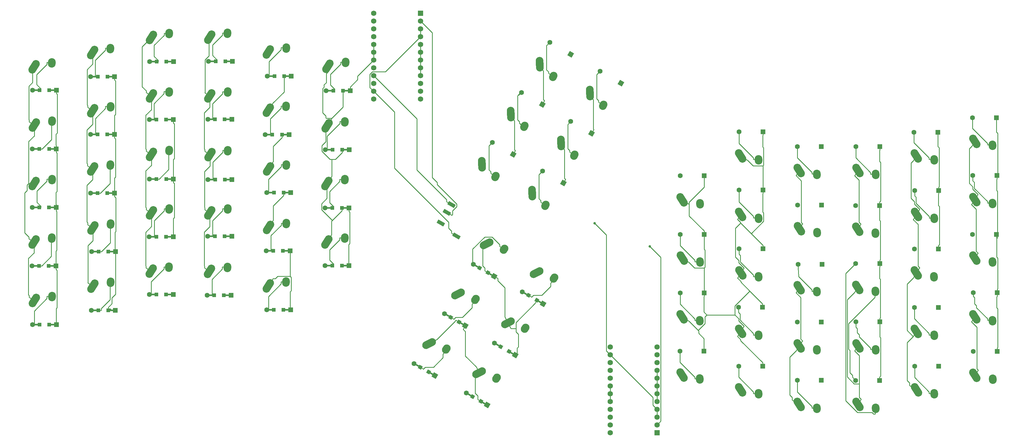
<source format=gbl>
%TF.GenerationSoftware,KiCad,Pcbnew,7.0.1*%
%TF.CreationDate,2023-09-24T18:49:58+08:00*%
%TF.ProjectId,split70kb,73706c69-7437-4306-9b62-2e6b69636164,rev?*%
%TF.SameCoordinates,Original*%
%TF.FileFunction,Copper,L2,Bot*%
%TF.FilePolarity,Positive*%
%FSLAX46Y46*%
G04 Gerber Fmt 4.6, Leading zero omitted, Abs format (unit mm)*
G04 Created by KiCad (PCBNEW 7.0.1) date 2023-09-24 18:49:58*
%MOMM*%
%LPD*%
G01*
G04 APERTURE LIST*
G04 Aperture macros list*
%AMHorizOval*
0 Thick line with rounded ends*
0 $1 width*
0 $2 $3 position (X,Y) of the first rounded end (center of the circle)*
0 $4 $5 position (X,Y) of the second rounded end (center of the circle)*
0 Add line between two ends*
20,1,$1,$2,$3,$4,$5,0*
0 Add two circle primitives to create the rounded ends*
1,1,$1,$2,$3*
1,1,$1,$4,$5*%
%AMRotRect*
0 Rectangle, with rotation*
0 The origin of the aperture is its center*
0 $1 length*
0 $2 width*
0 $3 Rotation angle, in degrees counterclockwise*
0 Add horizontal line*
21,1,$1,$2,0,0,$3*%
G04 Aperture macros list end*
%TA.AperFunction,ComponentPad*%
%ADD10R,1.600000X1.600000*%
%TD*%
%TA.AperFunction,ComponentPad*%
%ADD11C,1.600000*%
%TD*%
%TA.AperFunction,ComponentPad*%
%ADD12HorizOval,2.500000X-0.604462X-0.948815X0.604462X0.948815X0*%
%TD*%
%TA.AperFunction,ComponentPad*%
%ADD13HorizOval,2.500000X-0.019724X-0.289328X0.019724X0.289328X0*%
%TD*%
%TA.AperFunction,ComponentPad*%
%ADD14RotRect,1.600000X1.600000X150.000000*%
%TD*%
%TA.AperFunction,ComponentPad*%
%ADD15HorizOval,2.500000X-0.997887X-0.519467X0.997887X0.519467X0*%
%TD*%
%TA.AperFunction,ComponentPad*%
%ADD16HorizOval,2.500000X-0.161746X-0.240704X0.161746X0.240704X0*%
%TD*%
%TA.AperFunction,ComponentPad*%
%ADD17R,1.752600X1.752600*%
%TD*%
%TA.AperFunction,ComponentPad*%
%ADD18C,1.752600*%
%TD*%
%TA.AperFunction,ComponentPad*%
%ADD19HorizOval,2.500000X-0.604462X0.948815X0.604462X-0.948815X0*%
%TD*%
%TA.AperFunction,ComponentPad*%
%ADD20HorizOval,2.500000X-0.019724X0.289328X0.019724X-0.289328X0*%
%TD*%
%TA.AperFunction,ComponentPad*%
%ADD21HorizOval,2.500000X-0.049072X1.123929X0.049072X-1.123929X0*%
%TD*%
%TA.AperFunction,ComponentPad*%
%ADD22HorizOval,2.500000X-0.127582X-0.260428X0.127582X0.260428X0*%
%TD*%
%TA.AperFunction,SMDPad,CuDef*%
%ADD23R,2.500000X0.500000*%
%TD*%
%TA.AperFunction,SMDPad,CuDef*%
%ADD24R,1.200000X1.200000*%
%TD*%
%TA.AperFunction,SMDPad,CuDef*%
%ADD25RotRect,1.200000X2.500000X240.000000*%
%TD*%
%TA.AperFunction,SMDPad,CuDef*%
%ADD26RotRect,2.500000X0.500000X150.000000*%
%TD*%
%TA.AperFunction,SMDPad,CuDef*%
%ADD27RotRect,1.200000X1.200000X150.000000*%
%TD*%
%TA.AperFunction,ViaPad*%
%ADD28C,0.800000*%
%TD*%
%TA.AperFunction,Conductor*%
%ADD29C,0.250000*%
%TD*%
G04 APERTURE END LIST*
D10*
%TO.P,D50,1,K*%
%TO.N,rcol5*%
X304945500Y-66588800D03*
D11*
%TO.P,D50,2,A*%
%TO.N,Net-(D50-A)*%
X297145500Y-66588800D03*
%TD*%
D12*
%TO.P,K10,1*%
%TO.N,col2*%
X48846600Y-112027400D03*
D13*
%TO.P,K10,2*%
%TO.N,Net-(D10-A)*%
X54621600Y-110757400D03*
%TD*%
D12*
%TO.P,K12,1*%
%TO.N,col3*%
X67895800Y-50031000D03*
D13*
%TO.P,K12,2*%
%TO.N,Net-(D12-A)*%
X73670800Y-48761000D03*
%TD*%
D12*
%TO.P,K6,1*%
%TO.N,col2*%
X48820100Y-35896100D03*
D13*
%TO.P,K6,2*%
%TO.N,Net-(D6-A)*%
X54595100Y-34626100D03*
%TD*%
D12*
%TO.P,K22,1*%
%TO.N,col5*%
X105973300Y-54748300D03*
D13*
%TO.P,K22,2*%
%TO.N,Net-(D22-A)*%
X111748300Y-53478300D03*
%TD*%
D10*
%TO.P,D51,1,K*%
%TO.N,rcol5*%
X285903400Y-142693500D03*
D11*
%TO.P,D51,2,A*%
%TO.N,Net-(D51-A)*%
X278103400Y-142693500D03*
%TD*%
D14*
%TO.P,D66,1,K*%
%TO.N,rcol5*%
X211115099Y-62235000D03*
D11*
%TO.P,D66,2,A*%
%TO.N,Net-(D66-A)*%
X204360101Y-58335000D03*
%TD*%
D10*
%TO.P,D40,1,K*%
%TO.N,rcol5*%
X342868400Y-57176400D03*
D11*
%TO.P,D40,2,A*%
%TO.N,Net-(D40-A)*%
X335068400Y-57176400D03*
%TD*%
D10*
%TO.P,D56,1,K*%
%TO.N,rcol5*%
X266788200Y-138079400D03*
D11*
%TO.P,D56,2,A*%
%TO.N,Net-(D56-A)*%
X258988200Y-138079400D03*
%TD*%
D12*
%TO.P,K1,1*%
%TO.N,col1*%
X29748900Y-40548900D03*
D13*
%TO.P,K1,2*%
%TO.N,Net-(D1-A)*%
X35523900Y-39278900D03*
%TD*%
D10*
%TO.P,D53,1,K*%
%TO.N,rcol5*%
X286094000Y-104891600D03*
D11*
%TO.P,D53,2,A*%
%TO.N,Net-(D53-A)*%
X278294000Y-104891600D03*
%TD*%
D12*
%TO.P,K9,1*%
%TO.N,col2*%
X48893300Y-93073200D03*
D13*
%TO.P,K9,2*%
%TO.N,Net-(D9-A)*%
X54668300Y-91803200D03*
%TD*%
D15*
%TO.P,K32,1*%
%TO.N,col5*%
X177010987Y-98262991D03*
D16*
%TO.P,K32,2*%
%TO.N,Net-(D32-A)*%
X182647284Y-100050638D03*
%TD*%
D10*
%TO.P,D60,1,K*%
%TO.N,rcol5*%
X266880100Y-61741700D03*
D11*
%TO.P,D60,2,A*%
%TO.N,Net-(D60-A)*%
X259080100Y-61741700D03*
%TD*%
D12*
%TO.P,K14,1*%
%TO.N,col3*%
X67937600Y-88175100D03*
D13*
%TO.P,K14,2*%
%TO.N,Net-(D14-A)*%
X73712600Y-86905100D03*
%TD*%
D15*
%TO.P,K34,1*%
%TO.N,col5*%
X183895987Y-123951991D03*
D16*
%TO.P,K34,2*%
%TO.N,Net-(D34-A)*%
X189532284Y-125739638D03*
%TD*%
D10*
%TO.P,D48,1,K*%
%TO.N,rcol5*%
X304872000Y-142748000D03*
D11*
%TO.P,D48,2,A*%
%TO.N,Net-(D48-A)*%
X297072000Y-142748000D03*
%TD*%
D14*
%TO.P,D69,1,K*%
%TO.N,rcol5*%
X195072999Y-52833900D03*
D11*
%TO.P,D69,2,A*%
%TO.N,Net-(D69-A)*%
X188318001Y-48933900D03*
%TD*%
D10*
%TO.P,D55,1,K*%
%TO.N,rcol5*%
X285874500Y-66594300D03*
D11*
%TO.P,D55,2,A*%
%TO.N,Net-(D55-A)*%
X278074500Y-66594300D03*
%TD*%
D10*
%TO.P,D45,1,K*%
%TO.N,rcol5*%
X323811700Y-61908000D03*
D11*
%TO.P,D45,2,A*%
%TO.N,Net-(D45-A)*%
X316011700Y-61908000D03*
%TD*%
D12*
%TO.P,K8,1*%
%TO.N,col2*%
X48809600Y-73858000D03*
D13*
%TO.P,K8,2*%
%TO.N,Net-(D8-A)*%
X54584600Y-72588000D03*
%TD*%
D10*
%TO.P,D42,1,K*%
%TO.N,rcol5*%
X323972300Y-118957400D03*
D11*
%TO.P,D42,2,A*%
%TO.N,Net-(D42-A)*%
X316172300Y-118957400D03*
%TD*%
D14*
%TO.P,D68,1,K*%
%TO.N,rcol5*%
X185583699Y-69087500D03*
D11*
%TO.P,D68,2,A*%
%TO.N,Net-(D68-A)*%
X178828701Y-65187500D03*
%TD*%
D12*
%TO.P,K18,1*%
%TO.N,col4*%
X86976600Y-69160000D03*
D13*
%TO.P,K18,2*%
%TO.N,Net-(D18-A)*%
X92751600Y-67890000D03*
%TD*%
D10*
%TO.P,D39,1,K*%
%TO.N,rcol5*%
X342980500Y-75994000D03*
D11*
%TO.P,D39,2,A*%
%TO.N,Net-(D39-A)*%
X335180500Y-75994000D03*
%TD*%
D14*
%TO.P,D70,1,K*%
%TO.N,rcol5*%
X204304599Y-36500100D03*
D11*
%TO.P,D70,2,A*%
%TO.N,Net-(D70-A)*%
X197549601Y-32600100D03*
%TD*%
D12*
%TO.P,K15,1*%
%TO.N,col3*%
X67826600Y-107160000D03*
D13*
%TO.P,K15,2*%
%TO.N,Net-(D15-A)*%
X73601600Y-105890000D03*
%TD*%
D10*
%TO.P,D37,1,K*%
%TO.N,rcol5*%
X343109300Y-114179400D03*
D11*
%TO.P,D37,2,A*%
%TO.N,Net-(D37-A)*%
X335309300Y-114179400D03*
%TD*%
D10*
%TO.P,D58,1,K*%
%TO.N,rcol5*%
X266903400Y-99848300D03*
D11*
%TO.P,D58,2,A*%
%TO.N,Net-(D58-A)*%
X259103400Y-99848300D03*
%TD*%
D10*
%TO.P,D52,1,K*%
%TO.N,rcol5*%
X285840000Y-123698000D03*
D11*
%TO.P,D52,2,A*%
%TO.N,Net-(D52-A)*%
X278040000Y-123698000D03*
%TD*%
D12*
%TO.P,K2,1*%
%TO.N,col1*%
X29799900Y-59559900D03*
D13*
%TO.P,K2,2*%
%TO.N,Net-(D2-A)*%
X35574900Y-58289900D03*
%TD*%
D12*
%TO.P,K23,1*%
%TO.N,col5*%
X106026600Y-73810000D03*
D13*
%TO.P,K23,2*%
%TO.N,Net-(D23-A)*%
X111801600Y-72540000D03*
%TD*%
D10*
%TO.P,D36,1,K*%
%TO.N,rcol5*%
X343141300Y-133254900D03*
D11*
%TO.P,D36,2,A*%
%TO.N,Net-(D36-A)*%
X335341300Y-133254900D03*
%TD*%
D10*
%TO.P,D41,1,K*%
%TO.N,rcol5*%
X324082600Y-138123600D03*
D11*
%TO.P,D41,2,A*%
%TO.N,Net-(D41-A)*%
X316282600Y-138123600D03*
%TD*%
D10*
%TO.P,D49,1,K*%
%TO.N,rcol5*%
X304817600Y-85755200D03*
D11*
%TO.P,D49,2,A*%
%TO.N,Net-(D49-A)*%
X297017600Y-85755200D03*
%TD*%
D12*
%TO.P,K17,1*%
%TO.N,col4*%
X86926600Y-50060000D03*
D13*
%TO.P,K17,2*%
%TO.N,Net-(D17-A)*%
X92701600Y-48790000D03*
%TD*%
D12*
%TO.P,K5,1*%
%TO.N,col1*%
X29798800Y-116698900D03*
D13*
%TO.P,K5,2*%
%TO.N,Net-(D5-A)*%
X35573800Y-115428900D03*
%TD*%
D10*
%TO.P,D59,1,K*%
%TO.N,rcol5*%
X266879400Y-80720000D03*
D11*
%TO.P,D59,2,A*%
%TO.N,Net-(D59-A)*%
X259079400Y-80720000D03*
%TD*%
D12*
%TO.P,K4,1*%
%TO.N,col1*%
X29732000Y-97674500D03*
D13*
%TO.P,K4,2*%
%TO.N,Net-(D4-A)*%
X35507000Y-96404500D03*
%TD*%
D10*
%TO.P,D61,1,K*%
%TO.N,rcol5*%
X247692600Y-133197100D03*
D11*
%TO.P,D61,2,A*%
%TO.N,Net-(D61-A)*%
X239892600Y-133197100D03*
%TD*%
D12*
%TO.P,K13,1*%
%TO.N,col3*%
X67915400Y-69139900D03*
D13*
%TO.P,K13,2*%
%TO.N,Net-(D13-A)*%
X73690400Y-67869900D03*
%TD*%
D15*
%TO.P,K30,1*%
%TO.N,col5*%
X158265287Y-130761191D03*
D16*
%TO.P,K30,2*%
%TO.N,Net-(D30-A)*%
X163901584Y-132548838D03*
%TD*%
D12*
%TO.P,K29,1*%
%TO.N,col5*%
X125026600Y-97641700D03*
D13*
%TO.P,K29,2*%
%TO.N,Net-(D29-A)*%
X130801600Y-96371700D03*
%TD*%
D10*
%TO.P,D47,1,K*%
%TO.N,rcol5*%
X304892700Y-123653400D03*
D11*
%TO.P,D47,2,A*%
%TO.N,Net-(D47-A)*%
X297092700Y-123653400D03*
%TD*%
D10*
%TO.P,D64,1,K*%
%TO.N,rcol5*%
X247799600Y-76072600D03*
D11*
%TO.P,D64,2,A*%
%TO.N,Net-(D64-A)*%
X239999600Y-76072600D03*
%TD*%
D14*
%TO.P,D67,1,K*%
%TO.N,rcol5*%
X201923799Y-78434400D03*
D11*
%TO.P,D67,2,A*%
%TO.N,Net-(D67-A)*%
X195168801Y-74534400D03*
%TD*%
D12*
%TO.P,K16,1*%
%TO.N,col4*%
X86901600Y-30960000D03*
D13*
%TO.P,K16,2*%
%TO.N,Net-(D16-A)*%
X92676600Y-29690000D03*
%TD*%
D14*
%TO.P,D65,1,K*%
%TO.N,rcol5*%
X220641099Y-45921500D03*
D11*
%TO.P,D65,2,A*%
%TO.N,Net-(D65-A)*%
X213886101Y-42021500D03*
%TD*%
D15*
%TO.P,K33,1*%
%TO.N,col5*%
X193270587Y-107630491D03*
D16*
%TO.P,K33,2*%
%TO.N,Net-(D33-A)*%
X198906884Y-109418138D03*
%TD*%
D10*
%TO.P,D57,1,K*%
%TO.N,rcol5*%
X266764200Y-118902700D03*
D11*
%TO.P,D57,2,A*%
%TO.N,Net-(D57-A)*%
X258964200Y-118902700D03*
%TD*%
D12*
%TO.P,K21,1*%
%TO.N,col5*%
X105991200Y-35715400D03*
D13*
%TO.P,K21,2*%
%TO.N,Net-(D21-A)*%
X111766200Y-34445400D03*
%TD*%
D10*
%TO.P,D63,1,K*%
%TO.N,rcol5*%
X247769800Y-95157200D03*
D11*
%TO.P,D63,2,A*%
%TO.N,Net-(D63-A)*%
X239969800Y-95157200D03*
%TD*%
D15*
%TO.P,K31,1*%
%TO.N,col5*%
X167687387Y-114533391D03*
D16*
%TO.P,K31,2*%
%TO.N,Net-(D31-A)*%
X173323684Y-116321038D03*
%TD*%
D10*
%TO.P,D54,1,K*%
%TO.N,rcol5*%
X285969700Y-85612900D03*
D11*
%TO.P,D54,2,A*%
%TO.N,Net-(D54-A)*%
X278169700Y-85612900D03*
%TD*%
D12*
%TO.P,K25,1*%
%TO.N,col5*%
X105968300Y-111982500D03*
D13*
%TO.P,K25,2*%
%TO.N,Net-(D25-A)*%
X111743300Y-110712500D03*
%TD*%
D17*
%TO.P,U1,1,TX*%
%TO.N,unconnected-(U1-TX-Pad1)*%
X232410000Y-159766000D03*
D18*
%TO.P,U1,2,RX*%
%TO.N,rpd2*%
X232410000Y-157226000D03*
%TO.P,U1,3,GND*%
%TO.N,GND1*%
X232410000Y-154686000D03*
%TO.P,U1,4,GND*%
X232410000Y-152146000D03*
%TO.P,U1,5,SDA*%
%TO.N,rcol5*%
X232410000Y-149606000D03*
%TO.P,U1,6,SCL*%
X232410000Y-147066000D03*
%TO.P,U1,7,D4*%
X232410000Y-144526000D03*
%TO.P,U1,8,C6*%
X232410000Y-141986000D03*
%TO.P,U1,9,D7*%
X232410000Y-139446000D03*
%TO.P,U1,10,E6*%
%TO.N,rcol1*%
X232410000Y-136906000D03*
%TO.P,U1,11,B4*%
%TO.N,rcol2*%
X232410000Y-134366000D03*
%TO.P,U1,12,B5*%
%TO.N,rcol3*%
X232410000Y-131826000D03*
%TO.P,U1,13,B6*%
%TO.N,unconnected-(U1-B6-Pad13)*%
X217170000Y-159766000D03*
%TO.P,U1,14,B2*%
%TO.N,unconnected-(U1-B2-Pad14)*%
X217170000Y-157226000D03*
%TO.P,U1,15,B3*%
%TO.N,unconnected-(U1-B3-Pad15)*%
X217170000Y-154686000D03*
%TO.P,U1,16,B1*%
%TO.N,unconnected-(U1-B1-Pad16)*%
X217170000Y-152146000D03*
%TO.P,U1,17,F7*%
%TO.N,rcol5*%
X217170000Y-149606000D03*
%TO.P,U1,18,F6*%
X217170000Y-147066000D03*
%TO.P,U1,19,F5*%
X217170000Y-144526000D03*
%TO.P,U1,20,F4*%
%TO.N,rcol4*%
X217170000Y-141986000D03*
%TO.P,U1,21,VCC*%
%TO.N,+3.3V*%
X217170000Y-139446000D03*
%TO.P,U1,22,RST*%
%TO.N,unconnected-(U1-RST-Pad22)*%
X217170000Y-136906000D03*
%TO.P,U1,23,GND*%
%TO.N,GND1*%
X217170000Y-134366000D03*
%TO.P,U1,24,RAW*%
%TO.N,unconnected-(U1-RAW-Pad24)*%
X217170000Y-131826000D03*
%TD*%
D10*
%TO.P,D43,1,K*%
%TO.N,rcol5*%
X323979400Y-99909800D03*
D11*
%TO.P,D43,2,A*%
%TO.N,Net-(D43-A)*%
X316179400Y-99909800D03*
%TD*%
D12*
%TO.P,K3,1*%
%TO.N,col1*%
X29776600Y-78560000D03*
D13*
%TO.P,K3,2*%
%TO.N,Net-(D3-A)*%
X35551600Y-77290000D03*
%TD*%
D12*
%TO.P,K26,1*%
%TO.N,col5*%
X125326600Y-40429000D03*
D13*
%TO.P,K26,2*%
%TO.N,Net-(D26-A)*%
X131101600Y-39159000D03*
%TD*%
D12*
%TO.P,K24,1*%
%TO.N,col5*%
X106019600Y-92893000D03*
D13*
%TO.P,K24,2*%
%TO.N,Net-(D24-A)*%
X111794600Y-91623000D03*
%TD*%
D12*
%TO.P,K19,1*%
%TO.N,col4*%
X86933600Y-88161800D03*
D13*
%TO.P,K19,2*%
%TO.N,Net-(D19-A)*%
X92708600Y-86891800D03*
%TD*%
D10*
%TO.P,D38,1,K*%
%TO.N,rcol5*%
X342884200Y-95198000D03*
D11*
%TO.P,D38,2,A*%
%TO.N,Net-(D38-A)*%
X335084200Y-95198000D03*
%TD*%
D10*
%TO.P,D44,1,K*%
%TO.N,rcol5*%
X324057000Y-80866100D03*
D11*
%TO.P,D44,2,A*%
%TO.N,Net-(D44-A)*%
X316257000Y-80866100D03*
%TD*%
D12*
%TO.P,K27,1*%
%TO.N,col5*%
X125091800Y-59755100D03*
D13*
%TO.P,K27,2*%
%TO.N,Net-(D27-A)*%
X130866800Y-58485100D03*
%TD*%
D10*
%TO.P,D46,1,K*%
%TO.N,rcol5*%
X304885400Y-104657300D03*
D11*
%TO.P,D46,2,A*%
%TO.N,Net-(D46-A)*%
X297085400Y-104657300D03*
%TD*%
D15*
%TO.P,K35,1*%
%TO.N,col5*%
X174548087Y-140211991D03*
D16*
%TO.P,K35,2*%
%TO.N,Net-(D35-A)*%
X180184384Y-141999638D03*
%TD*%
D12*
%TO.P,K20,1*%
%TO.N,col4*%
X86855800Y-107173500D03*
D13*
%TO.P,K20,2*%
%TO.N,Net-(D20-A)*%
X92630800Y-105903500D03*
%TD*%
D10*
%TO.P,D62,1,K*%
%TO.N,rcol5*%
X247754900Y-114228200D03*
D11*
%TO.P,D62,2,A*%
%TO.N,Net-(D62-A)*%
X239954900Y-114228200D03*
%TD*%
D12*
%TO.P,K7,1*%
%TO.N,col2*%
X48831600Y-54865800D03*
D13*
%TO.P,K7,2*%
%TO.N,Net-(D7-A)*%
X54606600Y-53595800D03*
%TD*%
D12*
%TO.P,K11,1*%
%TO.N,col3*%
X67929400Y-31041700D03*
D13*
%TO.P,K11,2*%
%TO.N,Net-(D11-A)*%
X73704400Y-29771700D03*
%TD*%
D12*
%TO.P,K28,1*%
%TO.N,col5*%
X125040000Y-78610000D03*
D13*
%TO.P,K28,2*%
%TO.N,Net-(D28-A)*%
X130815000Y-77340000D03*
%TD*%
D19*
%TO.P,K52,1*%
%TO.N,rcol4*%
X278686800Y-131487000D03*
D20*
%TO.P,K52,2*%
%TO.N,Net-(D52-A)*%
X284461800Y-132757000D03*
%TD*%
D19*
%TO.P,K64,1*%
%TO.N,rcol5*%
X240601800Y-83919200D03*
D20*
%TO.P,K64,2*%
%TO.N,Net-(D64-A)*%
X246376800Y-85189200D03*
%TD*%
D19*
%TO.P,K60,1*%
%TO.N,rcol5*%
X259659800Y-69593600D03*
D20*
%TO.P,K60,2*%
%TO.N,Net-(D60-A)*%
X265434800Y-70863600D03*
%TD*%
D19*
%TO.P,K42,1*%
%TO.N,rcol2*%
X316797400Y-126758000D03*
D20*
%TO.P,K42,2*%
%TO.N,Net-(D42-A)*%
X322572400Y-128028000D03*
%TD*%
D21*
%TO.P,K70,1*%
%TO.N,rcol5*%
X194281287Y-39731309D03*
D22*
%TO.P,K70,2*%
%TO.N,Net-(D70-A)*%
X198647584Y-43718662D03*
%TD*%
D19*
%TO.P,K46,1*%
%TO.N,rcol3*%
X297772400Y-150541200D03*
D20*
%TO.P,K46,2*%
%TO.N,Net-(D46-A)*%
X303547400Y-151811200D03*
%TD*%
D19*
%TO.P,K59,1*%
%TO.N,rcol5*%
X259662400Y-88637500D03*
D20*
%TO.P,K59,2*%
%TO.N,Net-(D59-A)*%
X265437400Y-89907500D03*
%TD*%
D10*
%TO.P,D10,1,K*%
%TO.N,col5*%
X56175600Y-119865400D03*
D23*
X54975600Y-119865400D03*
D24*
X53850600Y-119865400D03*
%TO.P,D10,2,A*%
%TO.N,Net-(D10-A)*%
X50700600Y-119865400D03*
D23*
X49575600Y-119865400D03*
D11*
X48375600Y-119865400D03*
%TD*%
D10*
%TO.P,D17,1,K*%
%TO.N,col5*%
X94069500Y-57691300D03*
D23*
X92869500Y-57691300D03*
D24*
X91744500Y-57691300D03*
%TO.P,D17,2,A*%
%TO.N,Net-(D17-A)*%
X88594500Y-57691300D03*
D23*
X87469500Y-57691300D03*
D11*
X86269500Y-57691300D03*
%TD*%
D10*
%TO.P,D19,1,K*%
%TO.N,col5*%
X94061800Y-95785600D03*
D23*
X92861800Y-95785600D03*
D24*
X91736800Y-95785600D03*
%TO.P,D19,2,A*%
%TO.N,Net-(D19-A)*%
X88586800Y-95785600D03*
D23*
X87461800Y-95785600D03*
D11*
X86261800Y-95785600D03*
%TD*%
D21*
%TO.P,K65,1*%
%TO.N,rcol5*%
X210559087Y-49129309D03*
D22*
%TO.P,K65,2*%
%TO.N,Net-(D65-A)*%
X214925384Y-53116662D03*
%TD*%
D19*
%TO.P,K47,1*%
%TO.N,rcol3*%
X297765900Y-131470500D03*
D20*
%TO.P,K47,2*%
%TO.N,Net-(D47-A)*%
X303540900Y-132740500D03*
%TD*%
D25*
%TO.P,J2,R1*%
%TO.N,pd2*%
X164051517Y-88028246D03*
%TO.P,J2,R2*%
%TO.N,VCC*%
X165551517Y-85430169D03*
%TO.P,J2,S*%
%TO.N,GND*%
X167130683Y-95694975D03*
%TO.P,J2,T*%
%TO.N,unconnected-(J2-PadT)*%
X162051517Y-91492347D03*
%TD*%
D10*
%TO.P,D4,1,K*%
%TO.N,col5*%
X36853400Y-105394900D03*
D23*
X35653400Y-105394900D03*
D24*
X34528400Y-105394900D03*
%TO.P,D4,2,A*%
%TO.N,Net-(D4-A)*%
X31378400Y-105394900D03*
D23*
X30253400Y-105394900D03*
D11*
X29053400Y-105394900D03*
%TD*%
D19*
%TO.P,K43,1*%
%TO.N,rcol2*%
X316783400Y-107710200D03*
D20*
%TO.P,K43,2*%
%TO.N,Net-(D43-A)*%
X322558400Y-108980200D03*
%TD*%
D10*
%TO.P,D29,1,K*%
%TO.N,col5*%
X132220700Y-105304500D03*
D23*
X131020700Y-105304500D03*
D24*
X129895700Y-105304500D03*
%TO.P,D29,2,A*%
%TO.N,Net-(D29-A)*%
X126745700Y-105304500D03*
D23*
X125620700Y-105304500D03*
D11*
X124420700Y-105304500D03*
%TD*%
D19*
%TO.P,K36,1*%
%TO.N,rcol1*%
X335854900Y-141075600D03*
D20*
%TO.P,K36,2*%
%TO.N,Net-(D36-A)*%
X341629900Y-142345600D03*
%TD*%
D21*
%TO.P,K69,1*%
%TO.N,rcol5*%
X184883287Y-56009109D03*
D22*
%TO.P,K69,2*%
%TO.N,Net-(D69-A)*%
X189249584Y-59996462D03*
%TD*%
D19*
%TO.P,K63,1*%
%TO.N,rcol5*%
X240614000Y-102913400D03*
D20*
%TO.P,K63,2*%
%TO.N,Net-(D63-A)*%
X246389000Y-104183400D03*
%TD*%
D10*
%TO.P,D28,1,K*%
%TO.N,col5*%
X132213800Y-86586700D03*
D23*
X131013800Y-86586700D03*
D24*
X129888800Y-86586700D03*
%TO.P,D28,2,A*%
%TO.N,Net-(D28-A)*%
X126738800Y-86586700D03*
D23*
X125613800Y-86586700D03*
D11*
X124413800Y-86586700D03*
%TD*%
D19*
%TO.P,K54,1*%
%TO.N,rcol4*%
X278722000Y-93343500D03*
D20*
%TO.P,K54,2*%
%TO.N,Net-(D54-A)*%
X284497000Y-94613500D03*
%TD*%
D10*
%TO.P,D2,1,K*%
%TO.N,col5*%
X36960300Y-67299100D03*
D23*
X35760300Y-67299100D03*
D24*
X34635300Y-67299100D03*
%TO.P,D2,2,A*%
%TO.N,Net-(D2-A)*%
X31485300Y-67299100D03*
D23*
X30360300Y-67299100D03*
D11*
X29160300Y-67299100D03*
%TD*%
D14*
%TO.P,D35,1,K*%
%TO.N,col5*%
X177118799Y-150721000D03*
D26*
X176079569Y-150121000D03*
D27*
X175105290Y-149558500D03*
%TO.P,D35,2,A*%
%TO.N,Net-(D35-A)*%
X172377310Y-147983500D03*
D26*
X171403031Y-147421000D03*
D11*
X170363801Y-146821000D03*
%TD*%
D17*
%TO.P,U2,1,TX*%
%TO.N,unconnected-(U2-TX-Pad1)*%
X155497200Y-23166600D03*
D18*
%TO.P,U2,2,RX*%
%TO.N,pd2*%
X155497200Y-25706600D03*
%TO.P,U2,3,GND*%
%TO.N,GND*%
X155497200Y-28246600D03*
%TO.P,U2,4,GND*%
X155497200Y-30786600D03*
%TO.P,U2,5,SDA*%
%TO.N,col5*%
X155497200Y-33326600D03*
%TO.P,U2,6,SCL*%
X155497200Y-35866600D03*
%TO.P,U2,7,D4*%
X155497200Y-38406600D03*
%TO.P,U2,8,C6*%
X155497200Y-40946600D03*
%TO.P,U2,9,D7*%
X155497200Y-43486600D03*
%TO.P,U2,10,E6*%
%TO.N,col1*%
X155497200Y-46026600D03*
%TO.P,U2,11,B4*%
%TO.N,col2*%
X155497200Y-48566600D03*
%TO.P,U2,12,B5*%
%TO.N,col3*%
X155497200Y-51106600D03*
%TO.P,U2,13,B6*%
%TO.N,unconnected-(U2-B6-Pad13)*%
X140257200Y-23166600D03*
%TO.P,U2,14,B2*%
%TO.N,unconnected-(U2-B2-Pad14)*%
X140257200Y-25706600D03*
%TO.P,U2,15,B3*%
%TO.N,unconnected-(U2-B3-Pad15)*%
X140257200Y-28246600D03*
%TO.P,U2,16,B1*%
%TO.N,unconnected-(U2-B1-Pad16)*%
X140257200Y-30786600D03*
%TO.P,U2,17,F7*%
%TO.N,col5*%
X140257200Y-33326600D03*
%TO.P,U2,18,F6*%
X140257200Y-35866600D03*
%TO.P,U2,19,F5*%
X140257200Y-38406600D03*
%TO.P,U2,20,F4*%
%TO.N,col4*%
X140257200Y-40946600D03*
%TO.P,U2,21,VCC*%
%TO.N,VCC*%
X140257200Y-43486600D03*
%TO.P,U2,22,RST*%
%TO.N,unconnected-(U2-RST-Pad22)*%
X140257200Y-46026600D03*
%TO.P,U2,23,GND*%
%TO.N,GND*%
X140257200Y-48566600D03*
%TO.P,U2,24,RAW*%
%TO.N,unconnected-(U2-RAW-Pad24)*%
X140257200Y-51106600D03*
%TD*%
D19*
%TO.P,K55,1*%
%TO.N,rcol4*%
X278689300Y-74322300D03*
D20*
%TO.P,K55,2*%
%TO.N,Net-(D55-A)*%
X284464300Y-75592300D03*
%TD*%
D19*
%TO.P,K56,1*%
%TO.N,rcol5*%
X259647400Y-145841700D03*
D20*
%TO.P,K56,2*%
%TO.N,Net-(D56-A)*%
X265422400Y-147111700D03*
%TD*%
D19*
%TO.P,K62,1*%
%TO.N,rcol5*%
X240589800Y-122023100D03*
D20*
%TO.P,K62,2*%
%TO.N,Net-(D62-A)*%
X246364800Y-123293100D03*
%TD*%
D19*
%TO.P,K45,1*%
%TO.N,rcol2*%
X316813100Y-69592100D03*
D20*
%TO.P,K45,2*%
%TO.N,Net-(D45-A)*%
X322588100Y-70862100D03*
%TD*%
D10*
%TO.P,D6,1,K*%
%TO.N,col5*%
X55946100Y-43771700D03*
D23*
X54746100Y-43771700D03*
D24*
X53621100Y-43771700D03*
%TO.P,D6,2,A*%
%TO.N,Net-(D6-A)*%
X50471100Y-43771700D03*
D23*
X49346100Y-43771700D03*
D11*
X48146100Y-43771700D03*
%TD*%
D21*
%TO.P,K67,1*%
%TO.N,rcol5*%
X191763087Y-81684909D03*
D22*
%TO.P,K67,2*%
%TO.N,Net-(D67-A)*%
X196129384Y-85672262D03*
%TD*%
D10*
%TO.P,D22,1,K*%
%TO.N,col5*%
X112735900Y-62681300D03*
D23*
X111535900Y-62681300D03*
D24*
X110410900Y-62681300D03*
%TO.P,D22,2,A*%
%TO.N,Net-(D22-A)*%
X107260900Y-62681300D03*
D23*
X106135900Y-62681300D03*
D11*
X104935900Y-62681300D03*
%TD*%
D19*
%TO.P,K41,1*%
%TO.N,rcol2*%
X316818300Y-145802700D03*
D20*
%TO.P,K41,2*%
%TO.N,Net-(D41-A)*%
X322593300Y-147072700D03*
%TD*%
D10*
%TO.P,D1,1,K*%
%TO.N,col5*%
X37011300Y-48170500D03*
D23*
X35811300Y-48170500D03*
D24*
X34686300Y-48170500D03*
%TO.P,D1,2,A*%
%TO.N,Net-(D1-A)*%
X31536300Y-48170500D03*
D23*
X30411300Y-48170500D03*
D11*
X29211300Y-48170500D03*
%TD*%
D19*
%TO.P,K40,1*%
%TO.N,rcol1*%
X335830500Y-64854200D03*
D20*
%TO.P,K40,2*%
%TO.N,Net-(D40-A)*%
X341605500Y-66124200D03*
%TD*%
D10*
%TO.P,D9,1,K*%
%TO.N,col5*%
X56222300Y-100793600D03*
D23*
X55022300Y-100793600D03*
D24*
X53897300Y-100793600D03*
%TO.P,D9,2,A*%
%TO.N,Net-(D9-A)*%
X50747300Y-100793600D03*
D23*
X49622300Y-100793600D03*
D11*
X48422300Y-100793600D03*
%TD*%
D10*
%TO.P,D13,1,K*%
%TO.N,col5*%
X75054800Y-77111900D03*
D23*
X73854800Y-77111900D03*
D24*
X72729800Y-77111900D03*
%TO.P,D13,2,A*%
%TO.N,Net-(D13-A)*%
X69579800Y-77111900D03*
D23*
X68454800Y-77111900D03*
D11*
X67254800Y-77111900D03*
%TD*%
D14*
%TO.P,D31,1,K*%
%TO.N,col5*%
X170059099Y-124893000D03*
D26*
X169019869Y-124293000D03*
D27*
X168045590Y-123730500D03*
%TO.P,D31,2,A*%
%TO.N,Net-(D31-A)*%
X165317610Y-122155500D03*
D26*
X164343331Y-121593000D03*
D11*
X163304101Y-120993000D03*
%TD*%
D19*
%TO.P,K49,1*%
%TO.N,rcol3*%
X297713400Y-93474500D03*
D20*
%TO.P,K49,2*%
%TO.N,Net-(D49-A)*%
X303488400Y-94744500D03*
%TD*%
D10*
%TO.P,D18,1,K*%
%TO.N,col5*%
X94125100Y-77290700D03*
D23*
X92925100Y-77290700D03*
D24*
X91800100Y-77290700D03*
%TO.P,D18,2,A*%
%TO.N,Net-(D18-A)*%
X88650100Y-77290700D03*
D23*
X87525100Y-77290700D03*
D11*
X86325100Y-77290700D03*
%TD*%
D19*
%TO.P,K48,1*%
%TO.N,rcol3*%
X297705100Y-112454800D03*
D20*
%TO.P,K48,2*%
%TO.N,Net-(D48-A)*%
X303480100Y-113724800D03*
%TD*%
D10*
%TO.P,D20,1,K*%
%TO.N,col5*%
X93831600Y-114980000D03*
D23*
X92631600Y-114980000D03*
D24*
X91506600Y-114980000D03*
%TO.P,D20,2,A*%
%TO.N,Net-(D20-A)*%
X88356600Y-114980000D03*
D23*
X87231600Y-114980000D03*
D11*
X86031600Y-114980000D03*
%TD*%
D19*
%TO.P,K50,1*%
%TO.N,rcol3*%
X297766100Y-74348200D03*
D20*
%TO.P,K50,2*%
%TO.N,Net-(D50-A)*%
X303541100Y-75618200D03*
%TD*%
D10*
%TO.P,D8,1,K*%
%TO.N,col5*%
X55884600Y-81714800D03*
D23*
X54684600Y-81714800D03*
D24*
X53559600Y-81714800D03*
%TO.P,D8,2,A*%
%TO.N,Net-(D8-A)*%
X50409600Y-81714800D03*
D23*
X49284600Y-81714800D03*
D11*
X48084600Y-81714800D03*
%TD*%
D10*
%TO.P,D21,1,K*%
%TO.N,col5*%
X113419000Y-43591000D03*
D23*
X112219000Y-43591000D03*
D24*
X111094000Y-43591000D03*
%TO.P,D21,2,A*%
%TO.N,Net-(D21-A)*%
X107944000Y-43591000D03*
D23*
X106819000Y-43591000D03*
D11*
X105619000Y-43591000D03*
%TD*%
D19*
%TO.P,K44,1*%
%TO.N,rcol2*%
X316831500Y-88665300D03*
D20*
%TO.P,K44,2*%
%TO.N,Net-(D44-A)*%
X322606500Y-89935300D03*
%TD*%
D10*
%TO.P,D5,1,K*%
%TO.N,col5*%
X37010200Y-124536900D03*
D23*
X35810200Y-124536900D03*
D24*
X34685200Y-124536900D03*
%TO.P,D5,2,A*%
%TO.N,Net-(D5-A)*%
X31535200Y-124536900D03*
D23*
X30410200Y-124536900D03*
D11*
X29210200Y-124536900D03*
%TD*%
D21*
%TO.P,K68,1*%
%TO.N,rcol5*%
X175485287Y-72286909D03*
D22*
%TO.P,K68,2*%
%TO.N,Net-(D68-A)*%
X179851584Y-76274262D03*
%TD*%
D19*
%TO.P,K58,1*%
%TO.N,rcol5*%
X259665800Y-107726300D03*
D20*
%TO.P,K58,2*%
%TO.N,Net-(D58-A)*%
X265440800Y-108996300D03*
%TD*%
D19*
%TO.P,K61,1*%
%TO.N,rcol5*%
X240590200Y-141025800D03*
D20*
%TO.P,K61,2*%
%TO.N,Net-(D61-A)*%
X246365200Y-142295800D03*
%TD*%
D10*
%TO.P,D11,1,K*%
%TO.N,col5*%
X75122000Y-38917300D03*
D23*
X73922000Y-38917300D03*
D24*
X72797000Y-38917300D03*
%TO.P,D11,2,A*%
%TO.N,Net-(D11-A)*%
X69647000Y-38917300D03*
D23*
X68522000Y-38917300D03*
D11*
X67322000Y-38917300D03*
%TD*%
D10*
%TO.P,D27,1,K*%
%TO.N,col5*%
X132321600Y-67571000D03*
D23*
X131121600Y-67571000D03*
D24*
X129996600Y-67571000D03*
%TO.P,D27,2,A*%
%TO.N,Net-(D27-A)*%
X126846600Y-67571000D03*
D23*
X125721600Y-67571000D03*
D11*
X124521600Y-67571000D03*
%TD*%
D10*
%TO.P,D14,1,K*%
%TO.N,col5*%
X75016000Y-95920000D03*
D23*
X73816000Y-95920000D03*
D24*
X72691000Y-95920000D03*
%TO.P,D14,2,A*%
%TO.N,Net-(D14-A)*%
X69541000Y-95920000D03*
D23*
X68416000Y-95920000D03*
D11*
X67216000Y-95920000D03*
%TD*%
D19*
%TO.P,K38,1*%
%TO.N,rcol1*%
X335813500Y-102900900D03*
D20*
%TO.P,K38,2*%
%TO.N,Net-(D38-A)*%
X341588500Y-104170900D03*
%TD*%
D14*
%TO.P,D33,1,K*%
%TO.N,col5*%
X195343099Y-117755500D03*
D26*
X194303869Y-117155500D03*
D27*
X193329590Y-116593000D03*
%TO.P,D33,2,A*%
%TO.N,Net-(D33-A)*%
X190601610Y-115018000D03*
D26*
X189627331Y-114455500D03*
D11*
X188588101Y-113855500D03*
%TD*%
D10*
%TO.P,D26,1,K*%
%TO.N,col5*%
X132583800Y-48324900D03*
D23*
X131383800Y-48324900D03*
D24*
X130258800Y-48324900D03*
%TO.P,D26,2,A*%
%TO.N,Net-(D26-A)*%
X127108800Y-48324900D03*
D23*
X125983800Y-48324900D03*
D11*
X124783800Y-48324900D03*
%TD*%
D19*
%TO.P,K39,1*%
%TO.N,rcol1*%
X335796100Y-83813100D03*
D20*
%TO.P,K39,2*%
%TO.N,Net-(D39-A)*%
X341571100Y-85083100D03*
%TD*%
D21*
%TO.P,K66,1*%
%TO.N,rcol5*%
X201161087Y-65407109D03*
D22*
%TO.P,K66,2*%
%TO.N,Net-(D66-A)*%
X205527384Y-69394462D03*
%TD*%
D10*
%TO.P,D16,1,K*%
%TO.N,col5*%
X94304100Y-38795200D03*
D23*
X93104100Y-38795200D03*
D24*
X91979100Y-38795200D03*
%TO.P,D16,2,A*%
%TO.N,Net-(D16-A)*%
X88829100Y-38795200D03*
D23*
X87704100Y-38795200D03*
D11*
X86504100Y-38795200D03*
%TD*%
D10*
%TO.P,D24,1,K*%
%TO.N,col5*%
X113036300Y-100520500D03*
D23*
X111836300Y-100520500D03*
D24*
X110711300Y-100520500D03*
%TO.P,D24,2,A*%
%TO.N,Net-(D24-A)*%
X107561300Y-100520500D03*
D23*
X106436300Y-100520500D03*
D11*
X105236300Y-100520500D03*
%TD*%
D19*
%TO.P,K53,1*%
%TO.N,rcol4*%
X278694200Y-112528200D03*
D20*
%TO.P,K53,2*%
%TO.N,Net-(D53-A)*%
X284469200Y-113798200D03*
%TD*%
D14*
%TO.P,D30,1,K*%
%TO.N,col5*%
X160153099Y-141149000D03*
D26*
X159113869Y-140549000D03*
D27*
X158139590Y-139986500D03*
%TO.P,D30,2,A*%
%TO.N,Net-(D30-A)*%
X155411610Y-138411500D03*
D26*
X154437331Y-137849000D03*
D11*
X153398101Y-137249000D03*
%TD*%
D10*
%TO.P,D15,1,K*%
%TO.N,col5*%
X75019200Y-114744000D03*
D23*
X73819200Y-114744000D03*
D24*
X72694200Y-114744000D03*
%TO.P,D15,2,A*%
%TO.N,Net-(D15-A)*%
X69544200Y-114744000D03*
D23*
X68419200Y-114744000D03*
D11*
X67219200Y-114744000D03*
%TD*%
D10*
%TO.P,D25,1,K*%
%TO.N,col5*%
X113206200Y-119705800D03*
D23*
X112006200Y-119705800D03*
D24*
X110881200Y-119705800D03*
%TO.P,D25,2,A*%
%TO.N,Net-(D25-A)*%
X107731200Y-119705800D03*
D23*
X106606200Y-119705800D03*
D11*
X105406200Y-119705800D03*
%TD*%
D19*
%TO.P,K37,1*%
%TO.N,rcol1*%
X335804200Y-121993400D03*
D20*
%TO.P,K37,2*%
%TO.N,Net-(D37-A)*%
X341579200Y-123263400D03*
%TD*%
D14*
%TO.P,D32,1,K*%
%TO.N,col5*%
X179404799Y-108811000D03*
D26*
X178365569Y-108211000D03*
D27*
X177391290Y-107648500D03*
%TO.P,D32,2,A*%
%TO.N,Net-(D32-A)*%
X174663310Y-106073500D03*
D26*
X173689031Y-105511000D03*
D11*
X172649801Y-104911000D03*
%TD*%
D14*
%TO.P,D34,1,K*%
%TO.N,col5*%
X186262799Y-134465000D03*
D26*
X185223569Y-133865000D03*
D27*
X184249290Y-133302500D03*
%TO.P,D34,2,A*%
%TO.N,Net-(D34-A)*%
X181521310Y-131727500D03*
D26*
X180547031Y-131165000D03*
D11*
X179507801Y-130565000D03*
%TD*%
D10*
%TO.P,D23,1,K*%
%TO.N,col5*%
X113271600Y-81541000D03*
D23*
X112071600Y-81541000D03*
D24*
X110946600Y-81541000D03*
%TO.P,D23,2,A*%
%TO.N,Net-(D23-A)*%
X107796600Y-81541000D03*
D23*
X106671600Y-81541000D03*
D11*
X105471600Y-81541000D03*
%TD*%
D10*
%TO.P,D7,1,K*%
%TO.N,col5*%
X55906600Y-62605000D03*
D23*
X54706600Y-62605000D03*
D24*
X53581600Y-62605000D03*
%TO.P,D7,2,A*%
%TO.N,Net-(D7-A)*%
X50431600Y-62605000D03*
D23*
X49306600Y-62605000D03*
D11*
X48106600Y-62605000D03*
%TD*%
D19*
%TO.P,K51,1*%
%TO.N,rcol4*%
X278695100Y-150544900D03*
D20*
%TO.P,K51,2*%
%TO.N,Net-(D51-A)*%
X284470100Y-151814900D03*
%TD*%
D19*
%TO.P,K57,1*%
%TO.N,rcol5*%
X259648900Y-126748300D03*
D20*
%TO.P,K57,2*%
%TO.N,Net-(D57-A)*%
X265423900Y-128018300D03*
%TD*%
D10*
%TO.P,D12,1,K*%
%TO.N,col5*%
X75037400Y-57770200D03*
D23*
X73837400Y-57770200D03*
D24*
X72712400Y-57770200D03*
%TO.P,D12,2,A*%
%TO.N,Net-(D12-A)*%
X69562400Y-57770200D03*
D23*
X68437400Y-57770200D03*
D11*
X67237400Y-57770200D03*
%TD*%
D10*
%TO.P,D3,1,K*%
%TO.N,col5*%
X36937000Y-86416800D03*
D23*
X35737000Y-86416800D03*
D24*
X34612000Y-86416800D03*
%TO.P,D3,2,A*%
%TO.N,Net-(D3-A)*%
X31462000Y-86416800D03*
D23*
X30337000Y-86416800D03*
D11*
X29137000Y-86416800D03*
%TD*%
D28*
%TO.N,rpd2*%
X230084000Y-99078700D03*
%TO.N,GND1*%
X212098000Y-91509400D03*
%TD*%
D29*
%TO.N,GND*%
X147027500Y-73616400D02*
X147027500Y-55336900D01*
X165551900Y-94783300D02*
X165551900Y-94116200D01*
X164590700Y-91179600D02*
X147027500Y-73616400D01*
X165551900Y-94116200D02*
X164590700Y-93155000D01*
X155497200Y-30786600D02*
X155497200Y-28246600D01*
X165551800Y-94783400D02*
X165551900Y-94783300D01*
X139004200Y-42990200D02*
X139777800Y-42216600D01*
X164590700Y-93155000D02*
X164590700Y-91179600D01*
X140257200Y-48566600D02*
X139004200Y-47313600D01*
X147027500Y-55336900D02*
X140257200Y-48566600D01*
X139004200Y-47313600D02*
X139004200Y-42990200D01*
X167130700Y-95695000D02*
X165551800Y-94783400D01*
X139777800Y-42216600D02*
X144067200Y-42216600D01*
X144067200Y-42216600D02*
X155497200Y-30786600D01*
%TO.N,VCC*%
X165551500Y-85430200D02*
X163972600Y-84518600D01*
X163972700Y-83851400D02*
X154295500Y-74174200D01*
X163972700Y-84518500D02*
X163972700Y-83851400D01*
X154295500Y-74174200D02*
X154295500Y-57524900D01*
X163972600Y-84518600D02*
X163972700Y-84518500D01*
X154295500Y-57524900D02*
X140257200Y-43486600D01*
%TO.N,Net-(D1-A)*%
X29211300Y-48170500D02*
X30411300Y-48170500D01*
X31986600Y-47739100D02*
X30608200Y-46360700D01*
X30411300Y-48170500D02*
X31536300Y-48170500D01*
X30411300Y-48170500D02*
X31986600Y-48170500D01*
X30608200Y-43122700D02*
X33888100Y-39842800D01*
X35523900Y-39278900D02*
X33888100Y-39167400D01*
X30608200Y-46360700D02*
X30608200Y-43122700D01*
X33888100Y-39842800D02*
X33888100Y-39167400D01*
X31986600Y-48170500D02*
X31986600Y-47739100D01*
%TO.N,col5*%
X124623700Y-60223200D02*
X125091800Y-59755100D01*
X112219000Y-43591000D02*
X113419000Y-43591000D01*
X92631600Y-114980000D02*
X93831600Y-114980000D01*
X170059100Y-126842000D02*
X170059100Y-134814500D01*
X126555100Y-90845700D02*
X126555100Y-95242200D01*
X75016000Y-95920000D02*
X75016000Y-90043700D01*
X169619900Y-124893000D02*
X169019900Y-124293000D01*
X72712400Y-57770200D02*
X73837400Y-57770200D01*
X158265300Y-130761200D02*
X160843200Y-129419400D01*
X124109000Y-46452800D02*
X124805600Y-45756200D01*
X186721300Y-134729700D02*
X186875400Y-134575600D01*
X110711300Y-100520500D02*
X111836300Y-100520500D01*
X132437400Y-98157800D02*
X132437400Y-87935600D01*
X110946600Y-81541000D02*
X110946600Y-82466300D01*
X155497200Y-35866600D02*
X155497200Y-33326600D01*
X186548500Y-123847200D02*
X192743000Y-117652700D01*
X53559600Y-81714800D02*
X54684600Y-81714800D01*
X109018900Y-108784500D02*
X108220300Y-109583100D01*
X184882200Y-125846400D02*
X184882100Y-125846500D01*
X179404800Y-108811000D02*
X180640400Y-109524400D01*
X53850600Y-119865400D02*
X53850600Y-119402700D01*
X56225000Y-76497700D02*
X55884600Y-76838100D01*
X124789400Y-57355700D02*
X124671200Y-57237500D01*
X124109000Y-47199500D02*
X124109000Y-46452800D01*
X166781600Y-123481000D02*
X166781600Y-123391900D01*
X91744500Y-57691300D02*
X92869500Y-57691300D01*
X37011300Y-48170500D02*
X37011300Y-49295800D01*
X129888800Y-86586700D02*
X129888800Y-87512000D01*
X126620400Y-57355700D02*
X124789400Y-57355700D01*
X55906600Y-56364800D02*
X56235400Y-56036000D01*
X73816000Y-95920000D02*
X75016000Y-95920000D01*
X54512900Y-119402700D02*
X54975600Y-119865400D01*
X56329800Y-83285300D02*
X55884600Y-82840100D01*
X111094000Y-48756800D02*
X107501900Y-52348900D01*
X53621100Y-43771700D02*
X54746100Y-43771700D01*
X126030000Y-70731600D02*
X123396200Y-68097800D01*
X56235400Y-56036000D02*
X56235400Y-45186300D01*
X106026600Y-73810000D02*
X107555200Y-71410600D01*
X125326600Y-42308100D02*
X125326600Y-40429000D01*
X111094000Y-43591000D02*
X112219000Y-43591000D01*
X184661100Y-133302500D02*
X185223600Y-133865000D01*
X131383800Y-48324900D02*
X132583800Y-48324900D01*
X177118800Y-150721000D02*
X176679600Y-150721000D01*
X54684600Y-81714800D02*
X55884600Y-81714800D01*
X123658400Y-55538800D02*
X123658400Y-47650100D01*
X56047500Y-94490900D02*
X56329800Y-94208600D01*
X132145700Y-105304500D02*
X132220700Y-105304500D01*
X174089400Y-147774300D02*
X174089400Y-148971800D01*
X36890700Y-66104200D02*
X36960300Y-66173800D01*
X113036300Y-100520500D02*
X113036300Y-101645800D01*
X180640400Y-110266200D02*
X182909900Y-112535700D01*
X125091800Y-59755100D02*
X126620400Y-57355700D01*
X113383100Y-113514700D02*
X113383100Y-109131300D01*
X105973300Y-54748300D02*
X107501900Y-52348900D01*
X158551400Y-139986500D02*
X159113900Y-140549000D01*
X126766300Y-90634500D02*
X126555100Y-90845700D01*
X180640400Y-109524400D02*
X180640400Y-110266200D01*
X127761300Y-70731600D02*
X126568500Y-70731600D01*
X126568500Y-70731600D02*
X126030000Y-70731600D01*
X36937000Y-87542100D02*
X37151000Y-87756100D01*
X92869500Y-57691300D02*
X94069500Y-57691300D01*
X177391300Y-107648500D02*
X176375300Y-107061900D01*
X75054800Y-70812100D02*
X75365200Y-70501700D01*
X135023300Y-44760100D02*
X132583800Y-47199600D01*
X36855700Y-81536000D02*
X36855700Y-85384900D01*
X168457400Y-123730500D02*
X169019900Y-124293000D01*
X36937000Y-86416800D02*
X37312300Y-86416800D01*
X124805600Y-43702100D02*
X124862000Y-43645700D01*
X169345700Y-126128600D02*
X170059100Y-126842000D01*
X184249300Y-133302500D02*
X184661100Y-133302500D01*
X168045600Y-123730500D02*
X168457400Y-123730500D01*
X129888800Y-87512000D02*
X126766300Y-90634500D01*
X34612000Y-86416800D02*
X35737000Y-86416800D01*
X132213800Y-86586700D02*
X132213800Y-87712000D01*
X75054800Y-77111900D02*
X75054800Y-78237200D01*
X135023300Y-43640500D02*
X135023300Y-44760100D01*
X170059100Y-134814500D02*
X173562000Y-138317400D01*
X53581600Y-62605000D02*
X54706600Y-62605000D01*
X91736800Y-95785600D02*
X92861800Y-95785600D01*
X129996600Y-68496300D02*
X127761300Y-70731600D01*
X140257200Y-35866600D02*
X140257200Y-38406600D01*
X178965600Y-108811000D02*
X178365600Y-108211000D01*
X129888800Y-86586700D02*
X131013800Y-86586700D01*
X126568500Y-76210500D02*
X126568600Y-76210600D01*
X35811300Y-48170500D02*
X37011300Y-48170500D01*
X75365200Y-59223300D02*
X75037400Y-58895500D01*
X124862000Y-42772700D02*
X125326600Y-42308100D01*
X124623700Y-64989400D02*
X124623700Y-60223200D01*
X186875400Y-134575600D02*
X186875400Y-132213200D01*
X55946100Y-43771700D02*
X55946100Y-44897000D01*
X132145700Y-98449500D02*
X132437400Y-98157800D01*
X113036300Y-108784500D02*
X113036300Y-101645800D01*
X124805600Y-45756200D02*
X124805600Y-43702100D01*
X35810200Y-124536900D02*
X36935200Y-124536900D01*
X159713900Y-141149000D02*
X159113900Y-140549000D01*
X108220300Y-109583100D02*
X107496900Y-109583100D01*
X72797000Y-38917300D02*
X73922000Y-38917300D01*
X36960300Y-67299100D02*
X36960300Y-68424400D01*
X186262800Y-134465000D02*
X186721300Y-134729700D01*
X193741400Y-116593000D02*
X194303900Y-117155500D01*
X75016000Y-90043700D02*
X75393900Y-89665800D01*
X34528400Y-105394900D02*
X35653400Y-105394900D01*
X123658400Y-47650100D02*
X124109000Y-47199500D01*
X55906600Y-62605000D02*
X55906600Y-56364800D01*
X110410900Y-62681300D02*
X111535900Y-62681300D01*
X91800100Y-77290700D02*
X92925100Y-77290700D01*
X123396200Y-66216900D02*
X124623700Y-64989400D01*
X73837400Y-57770200D02*
X75037400Y-57770200D01*
X37201200Y-106868000D02*
X36853400Y-106520200D01*
X72729800Y-77111900D02*
X73854800Y-77111900D01*
X56235400Y-45186300D02*
X55946100Y-44897000D01*
X194903900Y-117755500D02*
X194303900Y-117155500D01*
X179404800Y-108811000D02*
X178965600Y-108811000D01*
X123396200Y-68097800D02*
X123396200Y-66216900D01*
X36853400Y-105394900D02*
X36853400Y-106520200D01*
X54706600Y-62605000D02*
X55906600Y-62605000D01*
X75037400Y-57770200D02*
X75037400Y-58895500D01*
X110946600Y-82466300D02*
X107548100Y-85864800D01*
X53897300Y-100793600D02*
X55022300Y-100793600D01*
X125040000Y-83456600D02*
X125040000Y-78610000D01*
X56270400Y-114658700D02*
X56270400Y-101967000D01*
X55906600Y-63730300D02*
X56225000Y-64048700D01*
X126555100Y-95242200D02*
X126555200Y-95242300D01*
X123288400Y-85208200D02*
X125040000Y-83456600D01*
X112071600Y-81541000D02*
X113271600Y-81541000D01*
X36960300Y-67299100D02*
X36960300Y-66173800D01*
X173260300Y-141499800D02*
X173260300Y-146945200D01*
X92925100Y-77290700D02*
X94125100Y-77290700D01*
X182909900Y-112535700D02*
X182909900Y-122057400D01*
X110410900Y-62681300D02*
X110410900Y-63606600D01*
X174089400Y-148971800D02*
X174089300Y-148971900D01*
X129895700Y-105304500D02*
X131020700Y-105304500D01*
X75393900Y-78576300D02*
X75054800Y-78237200D01*
X193329600Y-116593000D02*
X192743000Y-117609000D01*
X53850600Y-119402700D02*
X53850600Y-118940100D01*
X183896000Y-123952000D02*
X182909900Y-122057400D01*
X160843200Y-129419400D02*
X166781600Y-123481000D01*
X140257200Y-35866600D02*
X140257200Y-33326600D01*
X155497200Y-43486600D02*
X155497200Y-40946600D01*
X55079700Y-117711000D02*
X55079700Y-115849400D01*
X124671200Y-56551600D02*
X123658400Y-55538800D01*
X186548500Y-125846400D02*
X184882200Y-125846400D01*
X175517100Y-149558500D02*
X176079600Y-150121000D01*
X168045600Y-123730500D02*
X167029600Y-123143900D01*
X176679600Y-150721000D02*
X176079600Y-150121000D01*
X35760300Y-67299100D02*
X36960300Y-67299100D01*
X36960300Y-68424400D02*
X37228600Y-68692700D01*
X75393900Y-89665800D02*
X75393900Y-78576300D01*
X35653400Y-105394900D02*
X36853400Y-105394900D01*
X107555100Y-71410500D02*
X107555200Y-71410600D01*
X93104100Y-38795200D02*
X94304100Y-38795200D01*
X54746100Y-43771700D02*
X55946100Y-43771700D01*
X131121600Y-67571000D02*
X132321600Y-67571000D01*
X110881200Y-119705800D02*
X112006200Y-119705800D01*
X37011300Y-49295800D02*
X37252100Y-49536600D01*
X55079700Y-115849400D02*
X56270400Y-114658700D01*
X113056200Y-119705800D02*
X113206200Y-119705800D01*
X126568500Y-70731600D02*
X126568500Y-76210500D01*
X129996600Y-67571000D02*
X131121600Y-67571000D01*
X113036300Y-108784500D02*
X109018900Y-108784500D01*
X132583800Y-48324900D02*
X132583800Y-47199600D01*
X36855700Y-85384900D02*
X37312300Y-85841500D01*
X113056200Y-119705800D02*
X113056200Y-113841600D01*
X55884600Y-81714800D02*
X55884600Y-82840100D01*
X36935200Y-124536900D02*
X36935200Y-119308600D01*
X187283600Y-131805000D02*
X187283600Y-127676400D01*
X129996600Y-67571000D02*
X129996600Y-68496300D01*
X107555100Y-66462400D02*
X107555100Y-71410500D01*
X132437400Y-87935600D02*
X132213800Y-87712000D01*
X112006200Y-119705800D02*
X113056200Y-119705800D01*
X125040000Y-78610000D02*
X126568600Y-76210600D01*
X113383100Y-109131300D02*
X113036300Y-108784500D01*
X91506600Y-114980000D02*
X92631600Y-114980000D01*
X56175600Y-119865400D02*
X54975600Y-119865400D01*
X56047500Y-100793600D02*
X56047500Y-94490900D01*
X113056200Y-113841600D02*
X113383100Y-113514700D01*
X37151000Y-100310600D02*
X36853400Y-100608200D01*
X36853400Y-100608200D02*
X36853400Y-105394900D01*
X56329800Y-94208600D02*
X56329800Y-83285300D01*
X73819200Y-114744000D02*
X75019200Y-114744000D01*
X37228600Y-81163100D02*
X36855700Y-81536000D01*
X131013800Y-86586700D02*
X132213800Y-86586700D01*
X174548100Y-140212000D02*
X173260300Y-141499800D01*
X35737000Y-86416800D02*
X36937000Y-86416800D01*
X175732000Y-99542000D02*
X175732000Y-105446200D01*
X111836300Y-100520500D02*
X113036300Y-100520500D01*
X37252100Y-62162800D02*
X36890700Y-62524200D01*
X37201200Y-119042600D02*
X37201200Y-106868000D01*
X37151000Y-87756100D02*
X37151000Y-100310600D01*
X140257200Y-38406600D02*
X135023300Y-43640500D01*
X107548100Y-90493500D02*
X107548200Y-90493600D01*
X123288400Y-87156600D02*
X123288400Y-85208200D01*
X37312300Y-85841500D02*
X37312300Y-86416800D01*
X186548500Y-126941300D02*
X186548500Y-125846400D01*
X53850600Y-118940100D02*
X55079700Y-117711000D01*
X111535900Y-62681300D02*
X112735900Y-62681300D01*
X73922000Y-38917300D02*
X75122000Y-38917300D01*
X155497200Y-40946600D02*
X155497200Y-38406600D01*
X130258800Y-53717300D02*
X126620400Y-57355700D01*
X192743000Y-117652700D02*
X192743000Y-117609000D01*
X186875400Y-132213200D02*
X187283600Y-131805000D01*
X53850600Y-119402700D02*
X54512900Y-119402700D01*
X72691000Y-95920000D02*
X73816000Y-95920000D01*
X158139600Y-139986500D02*
X158551400Y-139986500D01*
X110410900Y-63606600D02*
X107555100Y-66462400D01*
X173260300Y-146945200D02*
X174089400Y-147774300D01*
X176375400Y-107061800D02*
X176375300Y-107061900D01*
X166781600Y-123391900D02*
X167029600Y-123143900D01*
X36890700Y-62524200D02*
X36890700Y-66104200D01*
X110946600Y-81541000D02*
X112071600Y-81541000D01*
X111094000Y-43591000D02*
X111094000Y-48756800D01*
X55906600Y-62605000D02*
X55906600Y-63730300D01*
X132145700Y-105304500D02*
X132145700Y-98449500D01*
X75365200Y-70501700D02*
X75365200Y-59223300D01*
X176375400Y-106089600D02*
X176375400Y-107061800D01*
X36937000Y-86416800D02*
X36937000Y-87542100D01*
X175732000Y-105446200D02*
X176375400Y-106089600D01*
X72694200Y-114744000D02*
X73819200Y-114744000D01*
X55884600Y-76838100D02*
X55884600Y-81714800D01*
X175105300Y-149558500D02*
X175517100Y-149558500D01*
X125026600Y-97641700D02*
X126555200Y-95242300D01*
X124862000Y-43645700D02*
X124862000Y-42772700D01*
X56225000Y-64048700D02*
X56225000Y-76497700D01*
X131020700Y-105304500D02*
X132145700Y-105304500D01*
X73854800Y-77111900D02*
X75054800Y-77111900D01*
X37228600Y-68692700D02*
X37228600Y-81163100D01*
X187283600Y-127676400D02*
X186548500Y-126941300D01*
X155497200Y-38406600D02*
X155497200Y-35866600D01*
X183896000Y-123952000D02*
X184882100Y-125846500D01*
X186548500Y-125846400D02*
X186548500Y-123847200D01*
X170059100Y-124893000D02*
X169619900Y-124893000D01*
X174548100Y-140212000D02*
X173562000Y-138317400D01*
X34686300Y-48170500D02*
X35811300Y-48170500D01*
X55022300Y-100793600D02*
X56047500Y-100793600D01*
X177803100Y-107648500D02*
X178365600Y-108211000D01*
X177391300Y-107648500D02*
X177803100Y-107648500D01*
X56047500Y-100793600D02*
X56222300Y-100793600D01*
X34685200Y-124536900D02*
X35810200Y-124536900D01*
X185223600Y-133865000D02*
X186262800Y-134465000D01*
X106019600Y-92893000D02*
X107548200Y-90493600D01*
X75054800Y-77111900D02*
X75054800Y-70812100D01*
X34635300Y-67299100D02*
X35760300Y-67299100D01*
X170059100Y-124893000D02*
X169345700Y-126128600D01*
X130258800Y-48324900D02*
X131383800Y-48324900D01*
X195343100Y-117755500D02*
X194903900Y-117755500D01*
X126766300Y-90634500D02*
X123288400Y-87156600D01*
X56270400Y-101967000D02*
X56222300Y-101918900D01*
X36935200Y-124536900D02*
X37010200Y-124536900D01*
X107548100Y-85864800D02*
X107548100Y-90493500D01*
X105968300Y-111982500D02*
X107496900Y-109583100D01*
X193329600Y-116593000D02*
X193741400Y-116593000D01*
X130258800Y-48324900D02*
X130258800Y-53717300D01*
X37252100Y-49536600D02*
X37252100Y-62162800D01*
X56222300Y-100793600D02*
X56222300Y-101918900D01*
X91979100Y-38795200D02*
X93104100Y-38795200D01*
X160153100Y-141149000D02*
X159713900Y-141149000D01*
X92861800Y-95785600D02*
X94061800Y-95785600D01*
X36935200Y-119308600D02*
X37201200Y-119042600D01*
X124671200Y-57237500D02*
X124671200Y-56551600D01*
X175105300Y-149558500D02*
X174089300Y-148971900D01*
X177011000Y-98263000D02*
X175732000Y-99542000D01*
%TO.N,Net-(D2-A)*%
X30360300Y-67299100D02*
X31485300Y-67299100D01*
X32410600Y-67299100D02*
X35445100Y-64264600D01*
X29160300Y-67299100D02*
X30360300Y-67299100D01*
X35445100Y-64264600D02*
X35445100Y-60195400D01*
X31485300Y-67299100D02*
X32410600Y-67299100D01*
X35445100Y-60195400D02*
X35445000Y-60195400D01*
X35574900Y-58289900D02*
X35445000Y-60195400D01*
%TO.N,Net-(D3-A)*%
X30337000Y-86416800D02*
X31912300Y-86416800D01*
X30337000Y-86416800D02*
X31462000Y-86416800D01*
X31912300Y-86416800D02*
X31912300Y-85985400D01*
X31912300Y-85985400D02*
X30712400Y-84785500D01*
X30712400Y-84785500D02*
X30712400Y-81057300D01*
X30712400Y-81057300D02*
X33915800Y-77853900D01*
X29137000Y-86416800D02*
X30337000Y-86416800D01*
X35551600Y-77290000D02*
X33915800Y-77178500D01*
X33915800Y-77853900D02*
X33915800Y-77178500D01*
%TO.N,Net-(D4-A)*%
X35377200Y-98310000D02*
X35377100Y-98310000D01*
X30253400Y-105394900D02*
X31378400Y-105394900D01*
X35377200Y-102321400D02*
X35377200Y-98310000D01*
X35507000Y-96404500D02*
X35377100Y-98310000D01*
X32303700Y-105394900D02*
X35377200Y-102321400D01*
X31378400Y-105394900D02*
X32303700Y-105394900D01*
X29053400Y-105394900D02*
X30253400Y-105394900D01*
%TO.N,Net-(D5-A)*%
X29810200Y-124536900D02*
X30410200Y-124536900D01*
X33938000Y-115992800D02*
X33938000Y-115317400D01*
X29810200Y-120120600D02*
X33938000Y-115992800D01*
X35573800Y-115428900D02*
X33938000Y-115317400D01*
X29210200Y-124536900D02*
X29810200Y-124536900D01*
X30410200Y-124536900D02*
X31535200Y-124536900D01*
X29810200Y-124536900D02*
X29810200Y-120120600D01*
%TO.N,Net-(D6-A)*%
X49663600Y-38485700D02*
X52959300Y-35190000D01*
X49663600Y-43771700D02*
X50471100Y-43771700D01*
X54595100Y-34626100D02*
X52959300Y-34514600D01*
X48146100Y-43771700D02*
X49346100Y-43771700D01*
X49663600Y-43771700D02*
X49663600Y-38485700D01*
X49346100Y-43771700D02*
X49663600Y-43771700D01*
X52959300Y-35190000D02*
X52959300Y-34514600D01*
%TO.N,Net-(D7-A)*%
X52970800Y-54159700D02*
X52970800Y-53484300D01*
X49747300Y-62605000D02*
X49747300Y-57383200D01*
X48106600Y-62605000D02*
X49306600Y-62605000D01*
X54606600Y-53595800D02*
X52970800Y-53484300D01*
X49747300Y-57383200D02*
X52970800Y-54159700D01*
X49747300Y-62605000D02*
X50431600Y-62605000D01*
X49306600Y-62605000D02*
X49747300Y-62605000D01*
%TO.N,Net-(D8-A)*%
X54454800Y-78594900D02*
X54454800Y-74493500D01*
X50409600Y-81714800D02*
X51334900Y-81714800D01*
X48084600Y-81714800D02*
X49284600Y-81714800D01*
X54454800Y-74493500D02*
X54454700Y-74493500D01*
X54584600Y-72588000D02*
X54454700Y-74493500D01*
X51334900Y-81714800D02*
X54454800Y-78594900D01*
X49284600Y-81714800D02*
X50409600Y-81714800D01*
%TO.N,Net-(D9-A)*%
X54538500Y-93708700D02*
X54538400Y-93708700D01*
X48422300Y-100793600D02*
X49622300Y-100793600D01*
X51672600Y-100793600D02*
X54538500Y-97927700D01*
X50747300Y-100793600D02*
X51672600Y-100793600D01*
X54538500Y-97927700D02*
X54538500Y-93708700D01*
X49622300Y-100793600D02*
X50747300Y-100793600D01*
X54668300Y-91803200D02*
X54538400Y-93708700D01*
%TO.N,Net-(D10-A)*%
X51625900Y-119303200D02*
X54491800Y-116437300D01*
X48375600Y-119865400D02*
X49575600Y-119865400D01*
X54491800Y-116437300D02*
X54491800Y-112662900D01*
X49575600Y-119865400D02*
X50700600Y-119865400D01*
X51625900Y-119865400D02*
X51625900Y-119303200D01*
X50700600Y-119865400D02*
X51625900Y-119865400D01*
X54621600Y-110757400D02*
X54491700Y-112662900D01*
X54491800Y-112662900D02*
X54491700Y-112662900D01*
%TO.N,Net-(D11-A)*%
X73704400Y-29771700D02*
X72068600Y-29660200D01*
X68522000Y-38917300D02*
X70097300Y-38917300D01*
X67322000Y-38917300D02*
X68522000Y-38917300D01*
X70097300Y-38917300D02*
X70097300Y-38485900D01*
X68817400Y-37206000D02*
X68817400Y-33586800D01*
X70097300Y-38485900D02*
X68817400Y-37206000D01*
X68817400Y-33586800D02*
X72068600Y-30335600D01*
X72068600Y-30335600D02*
X72068600Y-29660200D01*
X68522000Y-38917300D02*
X69647000Y-38917300D01*
%TO.N,Net-(D12-A)*%
X73670800Y-48761000D02*
X72035000Y-48649500D01*
X68437400Y-57770200D02*
X68798100Y-57770200D01*
X68798100Y-57770200D02*
X69562400Y-57770200D01*
X68798100Y-52561800D02*
X72035000Y-49324900D01*
X67237400Y-57770200D02*
X68437400Y-57770200D01*
X72035000Y-49324900D02*
X72035000Y-48649500D01*
X68798100Y-57770200D02*
X68798100Y-52561800D01*
%TO.N,Net-(D13-A)*%
X73560600Y-69775400D02*
X73560500Y-69775400D01*
X70505100Y-77111900D02*
X73560600Y-74056400D01*
X73690400Y-67869900D02*
X73560500Y-69775400D01*
X67254800Y-77111900D02*
X68454800Y-77111900D01*
X68454800Y-77111900D02*
X69579800Y-77111900D01*
X69579800Y-77111900D02*
X70505100Y-77111900D01*
X73560600Y-74056400D02*
X73560600Y-69775400D01*
%TO.N,Net-(D14-A)*%
X68855300Y-90690500D02*
X72076800Y-87469000D01*
X68855300Y-95920000D02*
X68855300Y-90690500D01*
X68416000Y-95920000D02*
X68855300Y-95920000D01*
X67216000Y-95920000D02*
X68416000Y-95920000D01*
X68855300Y-95920000D02*
X69541000Y-95920000D01*
X73712600Y-86905100D02*
X72076800Y-86793600D01*
X72076800Y-87469000D02*
X72076800Y-86793600D01*
%TO.N,Net-(D15-A)*%
X73601600Y-105890000D02*
X71965800Y-105778500D01*
X67819200Y-110600500D02*
X71965800Y-106453900D01*
X67819200Y-114744000D02*
X68419200Y-114744000D01*
X67819200Y-114744000D02*
X67819200Y-110600500D01*
X67219200Y-114744000D02*
X67819200Y-114744000D01*
X71965800Y-106453900D02*
X71965800Y-105778500D01*
X68419200Y-114744000D02*
X69544200Y-114744000D01*
%TO.N,Net-(D16-A)*%
X87704100Y-38795200D02*
X88829100Y-38795200D01*
X87802600Y-36887000D02*
X87802600Y-33492100D01*
X89279400Y-38363800D02*
X87802600Y-36887000D01*
X92676600Y-29690000D02*
X91040800Y-29578500D01*
X86504100Y-38795200D02*
X87704100Y-38795200D01*
X87802600Y-33492100D02*
X91040800Y-30253900D01*
X89279400Y-38795200D02*
X89279400Y-38363800D01*
X87704100Y-38795200D02*
X89279400Y-38795200D01*
X91040800Y-30253900D02*
X91040800Y-29578500D01*
%TO.N,Net-(D17-A)*%
X87829600Y-57691300D02*
X87829600Y-52590100D01*
X87829600Y-52590100D02*
X91065800Y-49353900D01*
X86269500Y-57691300D02*
X87469500Y-57691300D01*
X87469500Y-57691300D02*
X87829600Y-57691300D01*
X87829600Y-57691300D02*
X88594500Y-57691300D01*
X92701600Y-48790000D02*
X91065800Y-48678500D01*
X91065800Y-49353900D02*
X91065800Y-48678500D01*
%TO.N,Net-(D18-A)*%
X91115800Y-68453900D02*
X91115800Y-67778500D01*
X87882600Y-71687100D02*
X91115800Y-68453900D01*
X87882600Y-77290700D02*
X87882600Y-71687100D01*
X86325100Y-77290700D02*
X87525100Y-77290700D01*
X87882600Y-77290700D02*
X88650100Y-77290700D01*
X92751600Y-67890000D02*
X91115800Y-67778500D01*
X87525100Y-77290700D02*
X87882600Y-77290700D01*
%TO.N,Net-(D19-A)*%
X87828700Y-95785600D02*
X88586800Y-95785600D01*
X87828700Y-95785600D02*
X87828700Y-90699800D01*
X86261800Y-95785600D02*
X87461800Y-95785600D01*
X87461800Y-95785600D02*
X87828700Y-95785600D01*
X92708600Y-86891800D02*
X91072800Y-86780300D01*
X91072800Y-87455700D02*
X91072800Y-86780300D01*
X87828700Y-90699800D02*
X91072800Y-87455700D01*
%TO.N,Net-(D20-A)*%
X87624200Y-114980000D02*
X88356600Y-114980000D01*
X87231600Y-114980000D02*
X87624200Y-114980000D01*
X92630800Y-105903500D02*
X90995000Y-105792000D01*
X87624200Y-114980000D02*
X87624200Y-109838200D01*
X90995000Y-106467400D02*
X90995000Y-105792000D01*
X87624200Y-109838200D02*
X90995000Y-106467400D01*
X86031600Y-114980000D02*
X87231600Y-114980000D01*
%TO.N,Net-(D21-A)*%
X106819000Y-43591000D02*
X107944000Y-43591000D01*
X106219000Y-43591000D02*
X106219000Y-38920700D01*
X111766200Y-34445400D02*
X110130400Y-34333900D01*
X110130400Y-35009300D02*
X110130400Y-34333900D01*
X106219000Y-43591000D02*
X106819000Y-43591000D01*
X106219000Y-38920700D02*
X110130400Y-35009300D01*
X105619000Y-43591000D02*
X106219000Y-43591000D01*
%TO.N,Net-(D22-A)*%
X106635100Y-62681300D02*
X107260900Y-62681300D01*
X106635100Y-57519600D02*
X110112500Y-54042200D01*
X104935900Y-62681300D02*
X106135900Y-62681300D01*
X106135900Y-62681300D02*
X106635100Y-62681300D01*
X106635100Y-62681300D02*
X106635100Y-57519600D01*
X111748300Y-53478300D02*
X110112500Y-53366800D01*
X110112500Y-54042200D02*
X110112500Y-53366800D01*
%TO.N,Net-(D23-A)*%
X105471600Y-81541000D02*
X106071600Y-81541000D01*
X110165800Y-73103900D02*
X110165800Y-72428500D01*
X106071600Y-81541000D02*
X106671600Y-81541000D01*
X111801600Y-72540000D02*
X110165800Y-72428500D01*
X106071600Y-77198100D02*
X110165800Y-73103900D01*
X106071600Y-81541000D02*
X106071600Y-77198100D01*
X106671600Y-81541000D02*
X107796600Y-81541000D01*
%TO.N,Net-(D24-A)*%
X106808500Y-100520500D02*
X106808500Y-95537200D01*
X110158800Y-92186900D02*
X110158800Y-91511500D01*
X111794600Y-91623000D02*
X110158800Y-91511500D01*
X106436300Y-100520500D02*
X106808500Y-100520500D01*
X106808500Y-95537200D02*
X110158800Y-92186900D01*
X105236300Y-100520500D02*
X106436300Y-100520500D01*
X106808500Y-100520500D02*
X107561300Y-100520500D01*
%TO.N,Net-(D25-A)*%
X106006200Y-115377700D02*
X110107500Y-111276400D01*
X110107500Y-111276400D02*
X110107500Y-110601000D01*
X106006200Y-119705800D02*
X106606200Y-119705800D01*
X106606200Y-119705800D02*
X107731200Y-119705800D01*
X106006200Y-119705800D02*
X106006200Y-115377700D01*
X105406200Y-119705800D02*
X106006200Y-119705800D01*
X111743300Y-110712500D02*
X110107500Y-110601000D01*
%TO.N,Net-(D26-A)*%
X125983800Y-48324900D02*
X127108800Y-48324900D01*
X126180700Y-43008000D02*
X129465800Y-39722900D01*
X124783800Y-48324900D02*
X125983800Y-48324900D01*
X125983800Y-48324900D02*
X127559100Y-48324900D01*
X129465800Y-39722900D02*
X129465800Y-39047500D01*
X127559100Y-47893500D02*
X126180700Y-46515100D01*
X131101600Y-39159000D02*
X129465800Y-39047500D01*
X127559100Y-48324900D02*
X127559100Y-47893500D01*
X126180700Y-46515100D02*
X126180700Y-43008000D01*
%TO.N,Net-(D27-A)*%
X125721600Y-67571000D02*
X126846600Y-67571000D01*
X130866800Y-58485100D02*
X129231000Y-58373600D01*
X129231000Y-59049000D02*
X129231000Y-58373600D01*
X125121600Y-63158400D02*
X129231000Y-59049000D01*
X124521600Y-67571000D02*
X125121600Y-67571000D01*
X125121600Y-67571000D02*
X125721600Y-67571000D01*
X125121600Y-67571000D02*
X125121600Y-63158400D01*
%TO.N,Net-(D28-A)*%
X125909200Y-84875400D02*
X125909200Y-81173900D01*
X127189100Y-86586700D02*
X127189100Y-86155300D01*
X124413800Y-86586700D02*
X125613800Y-86586700D01*
X125613800Y-86586700D02*
X126738800Y-86586700D01*
X125613800Y-86586700D02*
X127189100Y-86586700D01*
X129179200Y-77903900D02*
X129179200Y-77228500D01*
X130815000Y-77340000D02*
X129179200Y-77228500D01*
X127189100Y-86155300D02*
X125909200Y-84875400D01*
X125909200Y-81173900D02*
X129179200Y-77903900D01*
%TO.N,Net-(D29-A)*%
X127196000Y-104873100D02*
X125916100Y-103593200D01*
X124420700Y-105304500D02*
X125620700Y-105304500D01*
X125620700Y-105304500D02*
X126745700Y-105304500D01*
X130801600Y-96371700D02*
X129165800Y-96260200D01*
X125916100Y-100185300D02*
X129165800Y-96935600D01*
X125916100Y-103593200D02*
X125916100Y-100185300D01*
X127196000Y-105304500D02*
X127196000Y-104873100D01*
X129165800Y-96935600D02*
X129165800Y-96260200D01*
X125620700Y-105304500D02*
X127196000Y-105304500D01*
%TO.N,Net-(D30-A)*%
X157014200Y-138411500D02*
X156427600Y-138998100D01*
X155411600Y-138411500D02*
X156427600Y-138998100D01*
X154437300Y-137849000D02*
X154849100Y-137849000D01*
X163901600Y-132548800D02*
X162789900Y-134203400D01*
X162789900Y-135309600D02*
X159688000Y-138411500D01*
X154849100Y-137849000D02*
X155411600Y-138411500D01*
X162789900Y-134203400D02*
X162789900Y-135309600D01*
X159688000Y-138411500D02*
X157014200Y-138411500D01*
%TO.N,Net-(D31-A)*%
X172212000Y-119038900D02*
X169095400Y-122155500D01*
X163304100Y-120993000D02*
X163743300Y-120993000D01*
X173323700Y-116321000D02*
X172212000Y-117975600D01*
X172212000Y-117975600D02*
X172212000Y-119038900D01*
X163743300Y-120993000D02*
X164043300Y-121293000D01*
X164043300Y-121293000D02*
X164343300Y-121593000D01*
X165317600Y-122155500D02*
X166333600Y-122742100D01*
X164043300Y-121293000D02*
X164301700Y-121551400D01*
X169095400Y-122155500D02*
X166920200Y-122155500D01*
X165317600Y-122155500D02*
X164301600Y-121568900D01*
X164301700Y-121551400D02*
X164301700Y-121568800D01*
X164301700Y-121568800D02*
X164301600Y-121568900D01*
X166920200Y-122155500D02*
X166333600Y-122742100D01*
%TO.N,Net-(D32-A)*%
X172649800Y-104691400D02*
X172454800Y-104496400D01*
X174663300Y-106073500D02*
X173647300Y-105486900D01*
X172454800Y-104496400D02*
X172454800Y-99947500D01*
X172649800Y-104911000D02*
X172649800Y-104691400D01*
X182647300Y-100050600D02*
X181186200Y-99068900D01*
X178728200Y-96039200D02*
X181186300Y-98497300D01*
X173647400Y-105486800D02*
X173647300Y-105486900D01*
X181186300Y-98497300D02*
X181186300Y-99068800D01*
X181186300Y-99068800D02*
X181186200Y-99068900D01*
X173389000Y-105211000D02*
X173647400Y-105469400D01*
X172649800Y-104911000D02*
X173089000Y-104911000D01*
X173089000Y-104911000D02*
X173389000Y-105211000D01*
X176363100Y-96039200D02*
X178728200Y-96039200D01*
X173647400Y-105469400D02*
X173647400Y-105486800D01*
X172454800Y-99947500D02*
X176363100Y-96039200D01*
X173389000Y-105211000D02*
X173689000Y-105511000D01*
%TO.N,Net-(D33-A)*%
X189585700Y-114413900D02*
X189585700Y-114431300D01*
X189027300Y-113855500D02*
X189327300Y-114155500D01*
X194922000Y-115018000D02*
X192204200Y-115018000D01*
X192204200Y-115018000D02*
X191617600Y-115604600D01*
X190601600Y-115018000D02*
X189585600Y-114431400D01*
X189327300Y-114155500D02*
X189627300Y-114455500D01*
X188588100Y-113855500D02*
X189027300Y-113855500D01*
X190601600Y-115018000D02*
X191617600Y-115604600D01*
X189585700Y-114431300D02*
X189585600Y-114431400D01*
X197795200Y-112144800D02*
X194922000Y-115018000D01*
X198906900Y-109418100D02*
X197795200Y-111072700D01*
X197795200Y-111072700D02*
X197795200Y-112144800D01*
X189327300Y-114155500D02*
X189585700Y-114413900D01*
%TO.N,Net-(D34-A)*%
X180505400Y-131140800D02*
X180505300Y-131140900D01*
X179507800Y-130565000D02*
X179947000Y-130565000D01*
X180247000Y-130865000D02*
X180505400Y-131123400D01*
X180505400Y-131123400D02*
X180505400Y-131140800D01*
X180247000Y-130865000D02*
X180547000Y-131165000D01*
X179947000Y-130565000D02*
X180247000Y-130865000D01*
X181521300Y-131727500D02*
X180505300Y-131140900D01*
%TO.N,Net-(D35-A)*%
X172377300Y-147983500D02*
X171361300Y-147396900D01*
X171361400Y-147396800D02*
X171361300Y-147396900D01*
X171103000Y-147121000D02*
X171361400Y-147379400D01*
X170803000Y-146821000D02*
X171103000Y-147121000D01*
X171361400Y-147379400D02*
X171361400Y-147396800D01*
X171103000Y-147121000D02*
X171403000Y-147421000D01*
X170363800Y-146821000D02*
X170803000Y-146821000D01*
%TO.N,pd2*%
X159251600Y-29461000D02*
X155497200Y-25706600D01*
X160869900Y-78257300D02*
X159251600Y-76639000D01*
X165630500Y-88939900D02*
X165878400Y-88692000D01*
X159251600Y-76639000D02*
X159251600Y-29461000D01*
X160869900Y-78894100D02*
X160869900Y-78257300D01*
X167280400Y-85304600D02*
X160869900Y-78894100D01*
X167280400Y-86091900D02*
X167280400Y-85304600D01*
X164051500Y-88028200D02*
X165630500Y-88939900D01*
X165878400Y-88692000D02*
X165878400Y-87493900D01*
X165878400Y-87493900D02*
X167280400Y-86091900D01*
%TO.N,col1*%
X27489600Y-80847000D02*
X26719000Y-81617600D01*
X29776600Y-78560000D02*
X27989900Y-78560000D01*
X28138900Y-58501800D02*
X28139000Y-58501700D01*
X29284900Y-45681900D02*
X29284900Y-41012900D01*
X27927300Y-102974200D02*
X29732000Y-101169500D01*
X29798800Y-116698900D02*
X28137800Y-115640800D01*
X29732000Y-101169500D02*
X29732000Y-97674500D01*
X28071100Y-96616300D02*
X28071000Y-96616400D01*
X28137900Y-115640700D02*
X28137900Y-115038000D01*
X28040200Y-46926600D02*
X29284900Y-45681900D01*
X27989900Y-78560000D02*
X27989900Y-64864900D01*
X28040200Y-57800200D02*
X28040200Y-46926600D01*
X28139000Y-58501700D02*
X28139000Y-57899000D01*
X26719000Y-81617600D02*
X26719000Y-94661500D01*
X29799900Y-59559900D02*
X28138900Y-58501800D01*
X29284900Y-41012900D02*
X29748900Y-40548900D01*
X28139000Y-57899000D02*
X28040200Y-57800200D01*
X29732000Y-97674500D02*
X28071000Y-96616400D01*
X27489600Y-79060300D02*
X27489600Y-80847000D01*
X28137800Y-115640800D02*
X28137900Y-115640700D01*
X28137900Y-115038000D02*
X27927300Y-114827400D01*
X27927300Y-114827400D02*
X27927300Y-102974200D01*
X29799900Y-63054900D02*
X29799900Y-59559900D01*
X27989900Y-78560000D02*
X27489600Y-79060300D01*
X28071100Y-96013600D02*
X28071100Y-96616300D01*
X26719000Y-94661500D02*
X28071100Y-96013600D01*
X27989900Y-64864900D02*
X29799900Y-63054900D01*
%TO.N,col2*%
X47232400Y-91412300D02*
X46958400Y-91138300D01*
X47170600Y-53807700D02*
X47170700Y-53807600D01*
X48846600Y-112027400D02*
X47185600Y-110969300D01*
X47170700Y-53204900D02*
X46990800Y-53025000D01*
X47294400Y-98842400D02*
X47294400Y-110860500D01*
X48809600Y-73858000D02*
X47148600Y-72799900D01*
X47232400Y-92015000D02*
X47232400Y-91412300D01*
X47170700Y-53807600D02*
X47170700Y-53204900D01*
X48893300Y-93073200D02*
X48893300Y-97243500D01*
X47148700Y-72799800D02*
X47148700Y-72197100D01*
X48893300Y-97243500D02*
X47294400Y-98842400D01*
X48809600Y-77353000D02*
X48809600Y-73858000D01*
X47232300Y-92015100D02*
X47232400Y-92015000D01*
X46990800Y-41469800D02*
X48820100Y-39640500D01*
X46990800Y-53025000D02*
X46990800Y-41469800D01*
X46956700Y-61157300D02*
X48831600Y-59282400D01*
X48820100Y-39640500D02*
X48820100Y-35896100D01*
X46958400Y-91138300D02*
X46958400Y-79204200D01*
X46958400Y-79204200D02*
X48809600Y-77353000D01*
X47148700Y-72197100D02*
X46956700Y-72005100D01*
X47148600Y-72799900D02*
X47148700Y-72799800D01*
X48893300Y-93073200D02*
X47232300Y-92015100D01*
X48831600Y-59282400D02*
X48831600Y-54865800D01*
X46956700Y-72005100D02*
X46956700Y-61157300D01*
X48831600Y-54865800D02*
X47170600Y-53807700D01*
X47294400Y-110860500D02*
X47185600Y-110969300D01*
%TO.N,col3*%
X66276700Y-86514200D02*
X66096100Y-86333600D01*
X66165700Y-105499100D02*
X66060100Y-105393500D01*
X66060100Y-94472600D02*
X67937600Y-92595100D01*
X66276700Y-87116900D02*
X66276700Y-86514200D01*
X66098200Y-67322700D02*
X66098200Y-56311800D01*
X67895800Y-50031000D02*
X66234800Y-48972900D01*
X66254400Y-68081800D02*
X66254500Y-68081700D01*
X67915400Y-69139900D02*
X66254400Y-68081800D01*
X67937600Y-92595100D02*
X67937600Y-88175100D01*
X64916100Y-34055000D02*
X64916100Y-47051300D01*
X67937600Y-88175100D02*
X66276600Y-87117000D01*
X66165700Y-106101800D02*
X66165700Y-105499100D01*
X66096100Y-86333600D02*
X66096100Y-74454200D01*
X66276600Y-87117000D02*
X66276700Y-87116900D01*
X67915400Y-72634900D02*
X67915400Y-69139900D01*
X66096100Y-74454200D02*
X67915400Y-72634900D01*
X64916100Y-47051300D02*
X66234900Y-48370100D01*
X66234900Y-48972800D02*
X66234800Y-48972900D01*
X66254500Y-67479000D02*
X66098200Y-67322700D01*
X66165600Y-106101900D02*
X66165700Y-106101800D01*
X67826600Y-107160000D02*
X66165600Y-106101900D01*
X66234900Y-48370100D02*
X66234900Y-48972800D01*
X67929400Y-31041700D02*
X64916100Y-34055000D01*
X66060100Y-105393500D02*
X66060100Y-94472600D01*
X66098200Y-56311800D02*
X67895800Y-54514200D01*
X67895800Y-54514200D02*
X67895800Y-50031000D01*
X66254500Y-68081700D02*
X66254500Y-67479000D01*
%TO.N,col4*%
X85138300Y-67321700D02*
X85138300Y-55601200D01*
X85315600Y-68101900D02*
X85315700Y-68101800D01*
X85194900Y-106115300D02*
X85194900Y-105512600D01*
X86933600Y-92631600D02*
X86933600Y-88161800D01*
X85376000Y-48891500D02*
X85265600Y-49001900D01*
X85165500Y-74726800D02*
X86976600Y-72915700D01*
X86855800Y-107173500D02*
X85194800Y-106115400D01*
X85272600Y-87103700D02*
X85272700Y-87103600D01*
X86612700Y-37056900D02*
X85376000Y-38293600D01*
X85138300Y-55601200D02*
X86926600Y-53812900D01*
X85272700Y-86500900D02*
X85165500Y-86393700D01*
X85165500Y-86393700D02*
X85165500Y-74726800D01*
X85109200Y-94456000D02*
X86933600Y-92631600D01*
X86901600Y-30960000D02*
X86612700Y-31248900D01*
X86933600Y-88161800D02*
X85272600Y-87103700D01*
X86976600Y-72915700D02*
X86976600Y-69160000D01*
X85272700Y-87103600D02*
X85272700Y-86500900D01*
X85315700Y-67499100D02*
X85138300Y-67321700D01*
X86926600Y-50060000D02*
X85265600Y-49001900D01*
X86926600Y-53812900D02*
X86926600Y-50060000D01*
X85194900Y-105512600D02*
X85109200Y-105426900D01*
X85109200Y-105426900D02*
X85109200Y-94456000D01*
X85376000Y-38293600D02*
X85376000Y-48891500D01*
X85194800Y-106115400D02*
X85194900Y-106115300D01*
X86612700Y-31248900D02*
X86612700Y-37056900D01*
X85315700Y-68101800D02*
X85315700Y-67499100D01*
X86976600Y-69160000D02*
X85315600Y-68101900D01*
%TO.N,rcol5*%
X242873500Y-123478000D02*
X245822700Y-126427100D01*
X259003800Y-122617200D02*
X259003800Y-123384100D01*
X242885500Y-89147600D02*
X247769800Y-94031900D01*
X261943500Y-71048500D02*
X263685300Y-72790300D01*
X266803000Y-62944100D02*
X266880100Y-62867000D01*
X304885400Y-105219900D02*
X304885400Y-104657300D01*
X305118900Y-103298500D02*
X305118900Y-90824900D01*
X259037600Y-103612100D02*
X259037600Y-104379000D01*
X259037600Y-104379000D02*
X260723900Y-106065300D01*
X323979200Y-82069200D02*
X324057000Y-81991400D01*
X343258900Y-76278200D02*
X343258900Y-62227500D01*
X304817600Y-85755200D02*
X304817600Y-84629900D01*
X305175100Y-71702100D02*
X304873500Y-71400500D01*
X202338400Y-67668800D02*
X202338300Y-67668900D01*
X262610400Y-113623500D02*
X257780400Y-118453500D01*
X259648900Y-129467400D02*
X259648900Y-129814800D01*
X259599700Y-91482000D02*
X257958400Y-93123300D01*
X305193300Y-128842800D02*
X304892700Y-128542200D01*
X245960000Y-126564500D02*
X245960000Y-127393300D01*
X343198500Y-96263800D02*
X343198500Y-81160400D01*
X195458500Y-51270400D02*
X195786400Y-51598300D01*
X342933800Y-115480200D02*
X343109300Y-115304700D01*
X185583700Y-69087500D02*
X186297100Y-67851900D01*
X259648900Y-129814800D02*
X266788200Y-136954100D01*
X266803000Y-66681700D02*
X266803000Y-62944100D01*
X342933800Y-119067900D02*
X342933800Y-115480200D01*
X305175100Y-84272400D02*
X305175100Y-71702100D01*
X232410000Y-147066000D02*
X232410000Y-149606000D01*
X343125400Y-96336900D02*
X343198500Y-96263800D01*
X343267300Y-102862000D02*
X343267300Y-112896100D01*
X343109300Y-114179400D02*
X343109300Y-113054100D01*
X323979400Y-98784500D02*
X324292200Y-98471700D01*
X211115100Y-62235000D02*
X211828500Y-60999400D01*
X266879400Y-80720000D02*
X266879400Y-81845300D01*
X247799600Y-76072600D02*
X247799600Y-79750700D01*
X324219600Y-66943500D02*
X323811700Y-66535600D01*
X195073000Y-52833900D02*
X195786400Y-51598300D01*
X304873500Y-67786100D02*
X304945500Y-67714100D01*
X247692600Y-129125900D02*
X247692600Y-133197100D01*
X267101000Y-72568700D02*
X267101000Y-66979700D01*
X304813300Y-109507900D02*
X304813300Y-105854700D01*
X324219600Y-79578200D02*
X324219600Y-66943500D01*
X259665800Y-110445400D02*
X259665800Y-110679000D01*
X248634800Y-121393800D02*
X247684700Y-120443700D01*
X259003800Y-123384100D02*
X260707000Y-125087300D01*
X304885400Y-104657300D02*
X304885400Y-103532000D01*
X242885400Y-85374000D02*
X242885500Y-85374100D01*
X343141300Y-133254900D02*
X343141300Y-132129600D01*
X242897700Y-104368300D02*
X244664700Y-106135300D01*
X257958400Y-102532900D02*
X259037600Y-103612100D01*
X258607700Y-109387300D02*
X259665800Y-110445400D01*
X323979400Y-99909800D02*
X323979400Y-98784500D01*
X342884200Y-96323300D02*
X342949200Y-96323300D01*
X304873500Y-71400500D02*
X304873500Y-67786100D01*
X342907900Y-80869800D02*
X342907900Y-77191900D01*
X217170000Y-144526000D02*
X217170000Y-147066000D01*
X342980500Y-76556600D02*
X342980500Y-77119300D01*
X259659800Y-69593600D02*
X261943500Y-71048500D01*
X211736400Y-51391000D02*
X211736300Y-51391100D01*
X232410000Y-141986000D02*
X232410000Y-144526000D01*
X247769800Y-95157200D02*
X247769800Y-94031900D01*
X195458500Y-41993100D02*
X195458500Y-51270400D01*
X247754900Y-114228200D02*
X247754900Y-106135300D01*
X242885500Y-84664800D02*
X242885500Y-85374100D01*
X323979200Y-85757900D02*
X323979200Y-82069200D01*
X267092500Y-88190100D02*
X267092500Y-90867600D01*
X259665800Y-110679000D02*
X262610400Y-113623500D01*
X248634800Y-121393800D02*
X248002500Y-122026100D01*
X343238200Y-119372300D02*
X342933800Y-119067900D01*
X324292200Y-98471700D02*
X324292200Y-86070900D01*
X247754900Y-106135300D02*
X248041700Y-105848500D01*
X305118900Y-90824900D02*
X304817600Y-90523600D01*
X184883300Y-56009100D02*
X186060600Y-58270800D01*
X304885400Y-103532000D02*
X305118900Y-103298500D01*
X202338300Y-67668900D02*
X202338300Y-76899900D01*
X304872000Y-142748000D02*
X304872000Y-141622700D01*
X247769800Y-100014100D02*
X247769800Y-95157200D01*
X343258900Y-62227500D02*
X342868400Y-61837000D01*
X266879400Y-81845300D02*
X266821100Y-81903600D01*
X195458600Y-41993000D02*
X195458500Y-41993100D01*
X259662400Y-88637500D02*
X258604300Y-90298500D01*
X342980500Y-75994000D02*
X342980500Y-76556600D01*
X304817600Y-84629900D02*
X305175100Y-84272400D01*
X242885500Y-85374100D02*
X242885500Y-89147600D01*
X262610400Y-113623500D02*
X266764200Y-117777400D01*
X305124000Y-109818600D02*
X304813300Y-109507900D01*
X343109300Y-114179400D02*
X343109300Y-115304700D01*
X247684700Y-115423700D02*
X247754900Y-115353500D01*
X242885400Y-85374000D02*
X242885500Y-85374100D01*
X259665800Y-107726300D02*
X260723900Y-106065300D01*
X324292200Y-86070900D02*
X323979200Y-85757900D01*
X210559100Y-49129300D02*
X211736400Y-51391000D01*
X305193300Y-141301400D02*
X305193300Y-128842800D01*
X305124000Y-122296800D02*
X305124000Y-109818600D01*
X342868400Y-61837000D02*
X342868400Y-57176400D01*
X259648900Y-126748300D02*
X258590800Y-128409300D01*
X232410000Y-139446000D02*
X232410000Y-141986000D01*
X259665800Y-107726300D02*
X258607700Y-109387300D01*
X266879400Y-80720000D02*
X266879400Y-72790300D01*
X342962800Y-96336900D02*
X342962800Y-102557500D01*
X263070300Y-94889800D02*
X259662400Y-91482000D01*
X266903400Y-98723000D02*
X263070300Y-94889800D01*
X245960000Y-127393300D02*
X247692600Y-129125900D01*
X211736300Y-51391100D02*
X211736300Y-60907200D01*
X304892700Y-123653400D02*
X304892700Y-122528100D01*
X245822700Y-126427100D02*
X245960000Y-126564500D01*
X259648900Y-126748300D02*
X260707000Y-125087300D01*
X201161100Y-65407100D02*
X202338400Y-67668800D01*
X342962800Y-96336900D02*
X343125400Y-96336900D01*
X248002500Y-122026100D02*
X248002500Y-124247300D01*
X343141300Y-132129600D02*
X343238200Y-132032700D01*
X324057000Y-79740800D02*
X324219600Y-79578200D01*
X266764200Y-118902700D02*
X266764200Y-117777400D01*
X186060600Y-58270800D02*
X186060500Y-58270900D01*
X324057000Y-80866100D02*
X324057000Y-79740800D01*
X266903400Y-99848300D02*
X266903400Y-98723000D01*
X244664700Y-106135300D02*
X247754900Y-106135300D01*
X211736300Y-60907200D02*
X211828500Y-60999400D01*
X257958400Y-93123300D02*
X257958400Y-102532900D01*
X342907900Y-77191900D02*
X342980500Y-77119300D01*
X266788200Y-138079400D02*
X266788200Y-136954100D01*
X248002500Y-124247300D02*
X245822700Y-126427100D01*
X342949200Y-96323300D02*
X342962800Y-96336900D01*
X342884200Y-95198000D02*
X342884200Y-96323300D01*
X247684700Y-120443700D02*
X247684700Y-115423700D01*
X266880100Y-61741700D02*
X266880100Y-62867000D01*
X257780400Y-118453500D02*
X257780400Y-121393800D01*
X248041700Y-100286000D02*
X247769800Y-100014100D01*
X201923800Y-78434400D02*
X202637200Y-77198800D01*
X343267300Y-112896100D02*
X343109300Y-113054100D01*
X186060500Y-67615300D02*
X186297100Y-67851900D01*
X232410000Y-144526000D02*
X232410000Y-147066000D01*
X304892700Y-128542200D02*
X304892700Y-123653400D01*
X259599700Y-91293900D02*
X259599700Y-91482000D01*
X240589800Y-122023100D02*
X242873500Y-123478000D01*
X343198500Y-81160400D02*
X342907900Y-80869800D01*
X343238200Y-132032700D02*
X343238200Y-119372300D01*
X342962800Y-102557500D02*
X343267300Y-102862000D01*
X304817600Y-90523600D02*
X304817600Y-85755200D01*
X266821100Y-81903600D02*
X266821100Y-87918700D01*
X266821100Y-87918700D02*
X267092500Y-88190100D01*
X247754900Y-114228200D02*
X247754900Y-115353500D01*
X324057000Y-80866100D02*
X324057000Y-81991400D01*
X257780400Y-121393800D02*
X259003800Y-122617200D01*
X266879400Y-72790300D02*
X267101000Y-72568700D01*
X267101000Y-66979700D02*
X266803000Y-66681700D01*
X202338300Y-76899900D02*
X202637200Y-77198800D01*
X323811700Y-66535600D02*
X323811700Y-61908000D01*
X248041700Y-105848500D02*
X248041700Y-100286000D01*
X304885400Y-105219900D02*
X304885400Y-105782600D01*
X217170000Y-147066000D02*
X217170000Y-149606000D01*
X194281300Y-39731300D02*
X195458600Y-41993000D01*
X267092500Y-90867600D02*
X263070300Y-94889800D01*
X257780400Y-121393800D02*
X248634800Y-121393800D01*
X240614000Y-102913400D02*
X242897700Y-104368300D01*
X263685300Y-72790300D02*
X266879400Y-72790300D01*
X186060500Y-58270900D02*
X186060500Y-67615300D01*
X304892700Y-122528100D02*
X305124000Y-122296800D01*
X258590800Y-128409300D02*
X259648900Y-129467400D01*
X247799600Y-79750700D02*
X242885500Y-84664800D01*
X342980500Y-76556600D02*
X343258900Y-76278200D01*
X240601800Y-83919200D02*
X242885400Y-85374000D01*
X304872000Y-141622700D02*
X305193300Y-141301400D01*
X304945500Y-66588800D02*
X304945500Y-67714100D01*
X304813300Y-105854700D02*
X304885400Y-105782600D01*
X258604300Y-90298500D02*
X259599700Y-91293900D01*
X259662400Y-91482000D02*
X259599700Y-91482000D01*
%TO.N,Net-(D37-A)*%
X335759600Y-117825900D02*
X335759600Y-115756100D01*
X336345800Y-118412100D02*
X335759600Y-117825900D01*
X335309300Y-115305800D02*
X335309300Y-114179400D01*
X335759600Y-115756100D02*
X335309300Y-115305800D01*
X341579200Y-123263400D02*
X339943400Y-123151900D01*
X339943400Y-122646600D02*
X336345800Y-119049000D01*
X339943400Y-123151900D02*
X339943400Y-122646600D01*
X336345800Y-119049000D02*
X336345800Y-118412100D01*
%TO.N,Net-(D39-A)*%
X339935300Y-84971600D02*
X339935300Y-84466300D01*
X335630800Y-80161800D02*
X335630800Y-78162900D01*
X335180500Y-77712600D02*
X335180500Y-75994000D01*
X341571100Y-85083100D02*
X339935300Y-84971600D01*
X339935300Y-84466300D02*
X335630800Y-80161800D01*
X335630800Y-78162900D02*
X335180500Y-77712600D01*
%TO.N,Net-(D40-A)*%
X339969700Y-65507400D02*
X335068400Y-60606100D01*
X341605500Y-66124200D02*
X339969700Y-66012700D01*
X335068400Y-60606100D02*
X335068400Y-57176400D01*
X339969700Y-66012700D02*
X339969700Y-65507400D01*
%TO.N,Net-(D41-A)*%
X320957500Y-146455900D02*
X316282600Y-141781000D01*
X322593300Y-147072700D02*
X320957500Y-146961200D01*
X316282600Y-141781000D02*
X316282600Y-138123600D01*
X320957500Y-146961200D02*
X320957500Y-146455900D01*
%TO.N,Net-(D42-A)*%
X316172300Y-122646900D02*
X316172300Y-118957400D01*
X322572400Y-128028000D02*
X320936600Y-127916500D01*
X320936600Y-127916500D02*
X320936600Y-127411200D01*
X320936600Y-127411200D02*
X316172300Y-122646900D01*
%TO.N,Net-(D44-A)*%
X316707300Y-85055100D02*
X316707300Y-83045600D01*
X320970700Y-89318500D02*
X316707300Y-85055100D01*
X320970700Y-89823800D02*
X320970700Y-89318500D01*
X316707300Y-83045600D02*
X316257000Y-82595300D01*
X322606500Y-89935300D02*
X320970700Y-89823800D01*
X316257000Y-82595300D02*
X316257000Y-80866100D01*
%TO.N,Net-(D45-A)*%
X322588100Y-70862100D02*
X320952300Y-70750600D01*
X320952300Y-70245300D02*
X316011700Y-65304700D01*
X320952300Y-70750600D02*
X320952300Y-70245300D01*
X316011700Y-65304700D02*
X316011700Y-61908000D01*
%TO.N,Net-(D46-A)*%
X303547400Y-151811200D02*
X303417500Y-153716700D01*
X302897800Y-153716700D02*
X302339400Y-153158300D01*
X302339400Y-153158300D02*
X297641300Y-153158300D01*
X293846100Y-149363100D02*
X293846100Y-107896600D01*
X293846100Y-107896600D02*
X297085400Y-104657300D01*
X303417500Y-153716700D02*
X302897800Y-153716700D01*
X297641300Y-153158300D02*
X293846100Y-149363100D01*
%TO.N,Net-(D47-A)*%
X301905100Y-132176600D02*
X298267800Y-128539300D01*
X297543000Y-127177600D02*
X297543000Y-125818900D01*
X297092700Y-125368600D02*
X297092700Y-123653400D01*
X298267800Y-127902400D02*
X297543000Y-127177600D01*
X301905100Y-132629000D02*
X301905100Y-132176600D01*
X297543000Y-125818900D02*
X297092700Y-125368600D01*
X303540900Y-132740500D02*
X301905100Y-132629000D01*
X298267800Y-128539300D02*
X298267800Y-127902400D01*
%TO.N,Net-(D48-A)*%
X295214900Y-132996300D02*
X294764600Y-132546000D01*
X296017400Y-141056500D02*
X295214900Y-140254000D01*
X294764600Y-132546000D02*
X294764600Y-124215900D01*
X295214900Y-140254000D02*
X295214900Y-132996300D01*
X296017400Y-141693400D02*
X296017400Y-141056500D01*
X303480100Y-113724800D02*
X303350200Y-115630300D01*
X294764600Y-124215900D02*
X303350200Y-115630300D01*
X297072000Y-142748000D02*
X296017400Y-141693400D01*
%TO.N,Net-(D50-A)*%
X297145500Y-70241600D02*
X297145500Y-66588800D01*
X301905300Y-75001400D02*
X297145500Y-70241600D01*
X303541100Y-75618200D02*
X301905300Y-75506700D01*
X301905300Y-75506700D02*
X301905300Y-75001400D01*
%TO.N,Net-(D51-A)*%
X282834300Y-151198100D02*
X278103400Y-146467200D01*
X284470100Y-151814900D02*
X282834300Y-151703400D01*
X278103400Y-146467200D02*
X278103400Y-142693500D01*
X282834300Y-151703400D02*
X282834300Y-151198100D01*
%TO.N,Net-(D53-A)*%
X278394900Y-106862200D02*
X278294000Y-106761300D01*
X284469200Y-113798200D02*
X282833400Y-113686700D01*
X282833400Y-113234300D02*
X278495700Y-108896600D01*
X278294000Y-106761300D02*
X278294000Y-104891600D01*
X282833400Y-113686700D02*
X282833400Y-113234300D01*
X278495700Y-108896600D02*
X278495700Y-108159400D01*
X278495700Y-108159400D02*
X278394900Y-108058600D01*
X278394900Y-108058600D02*
X278394900Y-106862200D01*
%TO.N,Net-(D55-A)*%
X284464300Y-75592300D02*
X282828500Y-75480800D01*
X282828500Y-75480800D02*
X282828500Y-74975500D01*
X282828500Y-74975500D02*
X278074500Y-70221500D01*
X278074500Y-70221500D02*
X278074500Y-66594300D01*
%TO.N,Net-(D56-A)*%
X258988200Y-141696500D02*
X258988200Y-138079400D01*
X265422400Y-147111700D02*
X263786600Y-147000200D01*
X263786600Y-147000200D02*
X263786600Y-146494900D01*
X263786600Y-146494900D02*
X258988200Y-141696500D01*
%TO.N,Net-(D57-A)*%
X259454100Y-122430600D02*
X259414500Y-122391000D01*
X259454100Y-123067500D02*
X259454100Y-122430600D01*
X263788100Y-127906800D02*
X263788100Y-127401500D01*
X259414500Y-122391000D02*
X259414500Y-121050300D01*
X263788100Y-127401500D02*
X259454100Y-123067500D01*
X265423900Y-128018300D02*
X263788100Y-127906800D01*
X259414500Y-121050300D02*
X258964200Y-120600000D01*
X258964200Y-120600000D02*
X258964200Y-118902700D01*
%TO.N,Net-(D58-A)*%
X263805000Y-108884800D02*
X263805000Y-108379500D01*
X259553700Y-104128200D02*
X259553700Y-102073200D01*
X259553700Y-102073200D02*
X259103400Y-101622900D01*
X259103400Y-101622900D02*
X259103400Y-99848300D01*
X263805000Y-108379500D02*
X259553700Y-104128200D01*
X265440800Y-108996300D02*
X263805000Y-108884800D01*
%TO.N,Net-(D59-A)*%
X265437400Y-89907500D02*
X263801600Y-89796000D01*
X259079400Y-84568500D02*
X259079400Y-80720000D01*
X263801600Y-89796000D02*
X263801600Y-89290700D01*
X263801600Y-89290700D02*
X259079400Y-84568500D01*
%TO.N,Net-(D60-A)*%
X263799000Y-70246800D02*
X259080100Y-65527900D01*
X265434800Y-70863600D02*
X263799000Y-70752100D01*
X259080100Y-65527900D02*
X259080100Y-61741700D01*
X263799000Y-70752100D02*
X263799000Y-70246800D01*
%TO.N,Net-(D61-A)*%
X246365200Y-142295800D02*
X244729400Y-142184300D01*
X244729400Y-142184300D02*
X244729400Y-141679000D01*
X239892600Y-136842200D02*
X239892600Y-133197100D01*
X244729400Y-141679000D02*
X239892600Y-136842200D01*
%TO.N,Net-(D62-A)*%
X244729000Y-123181600D02*
X244729000Y-122676300D01*
X246364800Y-123293100D02*
X244729000Y-123181600D01*
X239954900Y-117902200D02*
X239954900Y-114228200D01*
X244729000Y-122676300D02*
X239954900Y-117902200D01*
%TO.N,Net-(D63-A)*%
X244753200Y-104071900D02*
X244753200Y-103566600D01*
X246389000Y-104183400D02*
X244753200Y-104071900D01*
X244753200Y-103566600D02*
X239969800Y-98783200D01*
X239969800Y-98783200D02*
X239969800Y-95157200D01*
%TO.N,Net-(D65-A)*%
X213406500Y-52096100D02*
X213406500Y-51597800D01*
X214925400Y-53116700D02*
X213406500Y-52096100D01*
X212780800Y-43126800D02*
X213886100Y-42021500D01*
X212780800Y-50972100D02*
X212780800Y-43126800D01*
X213406500Y-51597800D02*
X212780800Y-50972100D01*
%TO.N,Net-(D66-A)*%
X205527400Y-69394500D02*
X204008500Y-68373900D01*
X204008500Y-67875600D02*
X203366800Y-67233900D01*
X203366800Y-59328300D02*
X204360100Y-58335000D01*
X204008500Y-68373900D02*
X204008500Y-67875600D01*
X203366800Y-67233900D02*
X203366800Y-59328300D01*
%TO.N,Net-(D67-A)*%
X194610500Y-84153400D02*
X193994600Y-83537500D01*
X194610500Y-84651700D02*
X194610500Y-84153400D01*
X196129400Y-85672300D02*
X194610500Y-84651700D01*
X193994600Y-75708600D02*
X195168800Y-74534400D01*
X193994600Y-83537500D02*
X193994600Y-75708600D01*
%TO.N,Net-(D68-A)*%
X177709000Y-74131700D02*
X177709000Y-66307200D01*
X177709000Y-66307200D02*
X178828700Y-65187500D01*
X178332700Y-75253700D02*
X178332700Y-74755400D01*
X178332700Y-74755400D02*
X177709000Y-74131700D01*
X179851600Y-76274300D02*
X178332700Y-75253700D01*
%TO.N,Net-(D69-A)*%
X187677456Y-58972143D02*
X188701775Y-59996462D01*
X187677456Y-58972143D02*
X187677456Y-58473843D01*
X187419201Y-49832700D02*
X188318001Y-48933900D01*
X187246700Y-49832700D02*
X188173456Y-48905943D01*
X187246700Y-49832700D02*
X187419201Y-49832700D01*
X189196356Y-59992743D02*
X187677456Y-58972143D01*
X187677456Y-58473843D02*
X187053756Y-57850143D01*
X187053756Y-57850143D02*
X187053756Y-50025643D01*
X187053756Y-50025643D02*
X187246700Y-49832700D01*
X188701775Y-59996462D02*
X189249584Y-59996462D01*
%TO.N,Net-(D70-A)*%
X197128700Y-42199800D02*
X196495700Y-41566800D01*
X196495700Y-33654000D02*
X197549600Y-32600100D01*
X198647600Y-43718700D02*
X197128700Y-42698100D01*
X197128700Y-42698100D02*
X197128700Y-42199800D01*
X196495700Y-41566800D02*
X196495700Y-33654000D01*
%TO.N,rpd2*%
X232410000Y-157226000D02*
X233668200Y-155967800D01*
X233668200Y-155967800D02*
X233668200Y-102662900D01*
X233668200Y-102662900D02*
X230084000Y-99078700D01*
%TO.N,GND1*%
X231071700Y-148267700D02*
X217170000Y-134366000D01*
X215930700Y-95342100D02*
X212098000Y-91509400D01*
X232410000Y-152146000D02*
X232410000Y-154686000D01*
X232410000Y-152146000D02*
X231071700Y-150807700D01*
X215930700Y-133126700D02*
X215930700Y-95342100D01*
X217170000Y-134366000D02*
X215930700Y-133126700D01*
X231071700Y-150807700D02*
X231071700Y-148267700D01*
%TO.N,rcol1*%
X334772400Y-66515200D02*
X334007100Y-67280500D01*
X336213100Y-86949200D02*
X336213100Y-100581400D01*
X335854900Y-141075600D02*
X336913000Y-139414600D01*
X335796100Y-83813100D02*
X336854200Y-82152100D01*
X336482300Y-138983900D02*
X336913000Y-139414600D01*
X336482300Y-125390600D02*
X336482300Y-138983900D01*
X335167700Y-79698700D02*
X335167700Y-80465600D01*
X334007100Y-78538100D02*
X335167700Y-79698700D01*
X334738000Y-85474100D02*
X336213100Y-86949200D01*
X335167700Y-80465600D02*
X336854200Y-82152100D01*
X334007100Y-67280500D02*
X334007100Y-78538100D01*
X335796100Y-83813100D02*
X334738000Y-85474100D01*
X335804200Y-121993400D02*
X334746100Y-123654400D01*
X334746100Y-123654400D02*
X336482300Y-125390600D01*
X335813500Y-102900900D02*
X336871600Y-101239900D01*
X336213100Y-100581400D02*
X336871600Y-101239900D01*
X335830500Y-64854200D02*
X334772400Y-66515200D01*
%TO.N,rcol2*%
X316191200Y-84539000D02*
X316191200Y-85305900D01*
X316783400Y-107710200D02*
X315725300Y-109371200D01*
X314534600Y-144347800D02*
X314534600Y-143519000D01*
X316783400Y-107710200D02*
X317841500Y-106049200D01*
X315739300Y-128419000D02*
X313781200Y-126460900D01*
X314534600Y-143519000D02*
X313782200Y-142766600D01*
X316831500Y-88665300D02*
X317889600Y-87004300D01*
X316797400Y-126758000D02*
X315739300Y-128419000D01*
X316813100Y-69592100D02*
X315755000Y-71253100D01*
X313782200Y-142766600D02*
X313782200Y-130376100D01*
X316191200Y-85305900D02*
X317889600Y-87004300D01*
X317330800Y-105538500D02*
X317841500Y-106049200D01*
X313782200Y-130376100D02*
X315739300Y-128419000D01*
X315755000Y-71253100D02*
X315075600Y-71932500D01*
X316831500Y-88665300D02*
X315773400Y-90326300D01*
X315075600Y-83423400D02*
X316191200Y-84539000D01*
X317330800Y-91883700D02*
X317330800Y-105538500D01*
X315075600Y-71932500D02*
X315075600Y-83423400D01*
X316818300Y-145802700D02*
X314534600Y-144347800D01*
X313781200Y-126460900D02*
X313781200Y-111315300D01*
X315773400Y-90326300D02*
X317330800Y-91883700D01*
X313781200Y-111315300D02*
X315725300Y-109371200D01*
%TO.N,rcol3*%
X298205200Y-134628900D02*
X296707800Y-133131500D01*
X296575600Y-143873900D02*
X294298600Y-141596900D01*
X297765900Y-131470500D02*
X296707800Y-133131500D01*
X297713400Y-93474500D02*
X298771500Y-91813500D01*
X297766100Y-74348200D02*
X296708000Y-76009200D01*
X298830500Y-148880200D02*
X298205200Y-148254900D01*
X297705100Y-112454800D02*
X296647000Y-114115800D01*
X294298600Y-141596900D02*
X294298600Y-116464200D01*
X294298600Y-116464200D02*
X296647000Y-114115800D01*
X297772400Y-150541200D02*
X298830500Y-148880200D01*
X298205200Y-143873900D02*
X298205200Y-134628900D01*
X298205200Y-148254900D02*
X298205200Y-143873900D01*
X296708000Y-76009200D02*
X298152400Y-77453600D01*
X298152400Y-77453600D02*
X298152400Y-91194400D01*
X298152400Y-91194400D02*
X298771500Y-91813500D01*
X298205200Y-143873900D02*
X296575600Y-143873900D01*
%TO.N,rcol4*%
X278695100Y-150544900D02*
X276411400Y-149090000D01*
X276411400Y-148261200D02*
X275643000Y-147492800D01*
X279216400Y-129297500D02*
X279744900Y-129826000D01*
X277636100Y-114189200D02*
X279216400Y-115769500D01*
X278686800Y-131487000D02*
X279744900Y-129826000D01*
X279355100Y-91257500D02*
X279780100Y-91682500D01*
X278694200Y-112528200D02*
X277636100Y-114189200D01*
X276411400Y-149090000D02*
X276411400Y-148261200D01*
X279355100Y-77707200D02*
X279355100Y-91257500D01*
X279216400Y-115769500D02*
X279216400Y-129297500D01*
X278722000Y-93343500D02*
X279780100Y-91682500D01*
X278686800Y-131487000D02*
X277628700Y-133148000D01*
X275643000Y-147492800D02*
X275643000Y-135133700D01*
X275643000Y-135133700D02*
X277628700Y-133148000D01*
X278689300Y-74322300D02*
X277631200Y-75983300D01*
X277631200Y-75983300D02*
X279355100Y-77707200D01*
%TD*%
M02*

</source>
